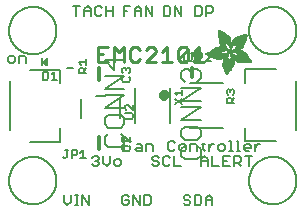
<source format=gbr>
G04 EAGLE Gerber RS-274X export*
G75*
%MOMM*%
%FSLAX34Y34*%
%LPD*%
%INSilkscreen Top*%
%IPPOS*%
%AMOC8*
5,1,8,0,0,1.08239X$1,22.5*%
G01*
%ADD10C,0.152400*%
%ADD11C,0.228600*%
%ADD12C,0.127000*%
%ADD13C,0.304800*%
%ADD14C,0.203200*%
%ADD15R,0.050800X0.006300*%
%ADD16R,0.082600X0.006400*%
%ADD17R,0.120600X0.006300*%
%ADD18R,0.139700X0.006400*%
%ADD19R,0.158800X0.006300*%
%ADD20R,0.177800X0.006400*%
%ADD21R,0.196800X0.006300*%
%ADD22R,0.215900X0.006400*%
%ADD23R,0.228600X0.006300*%
%ADD24R,0.241300X0.006400*%
%ADD25R,0.254000X0.006300*%
%ADD26R,0.266700X0.006400*%
%ADD27R,0.279400X0.006300*%
%ADD28R,0.285700X0.006400*%
%ADD29R,0.298400X0.006300*%
%ADD30R,0.311200X0.006400*%
%ADD31R,0.317500X0.006300*%
%ADD32R,0.330200X0.006400*%
%ADD33R,0.336600X0.006300*%
%ADD34R,0.349200X0.006400*%
%ADD35R,0.361900X0.006300*%
%ADD36R,0.368300X0.006400*%
%ADD37R,0.381000X0.006300*%
%ADD38R,0.387300X0.006400*%
%ADD39R,0.393700X0.006300*%
%ADD40R,0.406400X0.006400*%
%ADD41R,0.412700X0.006300*%
%ADD42R,0.419100X0.006400*%
%ADD43R,0.431800X0.006300*%
%ADD44R,0.438100X0.006400*%
%ADD45R,0.450800X0.006300*%
%ADD46R,0.457200X0.006400*%
%ADD47R,0.463500X0.006300*%
%ADD48R,0.476200X0.006400*%
%ADD49R,0.482600X0.006300*%
%ADD50R,0.488900X0.006400*%
%ADD51R,0.501600X0.006300*%
%ADD52R,0.508000X0.006400*%
%ADD53R,0.514300X0.006300*%
%ADD54R,0.527000X0.006400*%
%ADD55R,0.533400X0.006300*%
%ADD56R,0.546100X0.006400*%
%ADD57R,0.552400X0.006300*%
%ADD58R,0.558800X0.006400*%
%ADD59R,0.571500X0.006300*%
%ADD60R,0.577800X0.006400*%
%ADD61R,0.584200X0.006300*%
%ADD62R,0.596900X0.006400*%
%ADD63R,0.603200X0.006300*%
%ADD64R,0.609600X0.006400*%
%ADD65R,0.622300X0.006300*%
%ADD66R,0.628600X0.006400*%
%ADD67R,0.641300X0.006300*%
%ADD68R,0.647700X0.006400*%
%ADD69R,0.063500X0.006300*%
%ADD70R,0.654000X0.006300*%
%ADD71R,0.101600X0.006400*%
%ADD72R,0.666700X0.006400*%
%ADD73R,0.139700X0.006300*%
%ADD74R,0.673100X0.006300*%
%ADD75R,0.165100X0.006400*%
%ADD76R,0.679400X0.006400*%
%ADD77R,0.196900X0.006300*%
%ADD78R,0.692100X0.006300*%
%ADD79R,0.222200X0.006400*%
%ADD80R,0.698500X0.006400*%
%ADD81R,0.247700X0.006300*%
%ADD82R,0.704800X0.006300*%
%ADD83R,0.279400X0.006400*%
%ADD84R,0.717500X0.006400*%
%ADD85R,0.298500X0.006300*%
%ADD86R,0.723900X0.006300*%
%ADD87R,0.736600X0.006400*%
%ADD88R,0.342900X0.006300*%
%ADD89R,0.742900X0.006300*%
%ADD90R,0.374700X0.006400*%
%ADD91R,0.749300X0.006400*%
%ADD92R,0.762000X0.006300*%
%ADD93R,0.412700X0.006400*%
%ADD94R,0.768300X0.006400*%
%ADD95R,0.438100X0.006300*%
%ADD96R,0.774700X0.006300*%
%ADD97R,0.463600X0.006400*%
%ADD98R,0.787400X0.006400*%
%ADD99R,0.793700X0.006300*%
%ADD100R,0.495300X0.006400*%
%ADD101R,0.800100X0.006400*%
%ADD102R,0.520700X0.006300*%
%ADD103R,0.812800X0.006300*%
%ADD104R,0.533400X0.006400*%
%ADD105R,0.819100X0.006400*%
%ADD106R,0.558800X0.006300*%
%ADD107R,0.825500X0.006300*%
%ADD108R,0.577900X0.006400*%
%ADD109R,0.831800X0.006400*%
%ADD110R,0.596900X0.006300*%
%ADD111R,0.844500X0.006300*%
%ADD112R,0.616000X0.006400*%
%ADD113R,0.850900X0.006400*%
%ADD114R,0.635000X0.006300*%
%ADD115R,0.857200X0.006300*%
%ADD116R,0.654100X0.006400*%
%ADD117R,0.863600X0.006400*%
%ADD118R,0.666700X0.006300*%
%ADD119R,0.869900X0.006300*%
%ADD120R,0.685800X0.006400*%
%ADD121R,0.876300X0.006400*%
%ADD122R,0.882600X0.006300*%
%ADD123R,0.723900X0.006400*%
%ADD124R,0.889000X0.006400*%
%ADD125R,0.895300X0.006300*%
%ADD126R,0.755700X0.006400*%
%ADD127R,0.901700X0.006400*%
%ADD128R,0.908000X0.006300*%
%ADD129R,0.793800X0.006400*%
%ADD130R,0.914400X0.006400*%
%ADD131R,0.806400X0.006300*%
%ADD132R,0.920700X0.006300*%
%ADD133R,0.825500X0.006400*%
%ADD134R,0.927100X0.006400*%
%ADD135R,0.933400X0.006300*%
%ADD136R,0.857300X0.006400*%
%ADD137R,0.939800X0.006400*%
%ADD138R,0.870000X0.006300*%
%ADD139R,0.939800X0.006300*%
%ADD140R,0.946100X0.006400*%
%ADD141R,0.952500X0.006300*%
%ADD142R,0.908000X0.006400*%
%ADD143R,0.958800X0.006400*%
%ADD144R,0.965200X0.006300*%
%ADD145R,0.965200X0.006400*%
%ADD146R,0.971500X0.006300*%
%ADD147R,0.952500X0.006400*%
%ADD148R,0.977900X0.006400*%
%ADD149R,0.958800X0.006300*%
%ADD150R,0.984200X0.006300*%
%ADD151R,0.971500X0.006400*%
%ADD152R,0.984200X0.006400*%
%ADD153R,0.990600X0.006300*%
%ADD154R,0.984300X0.006400*%
%ADD155R,0.996900X0.006400*%
%ADD156R,0.997000X0.006300*%
%ADD157R,0.996900X0.006300*%
%ADD158R,1.003300X0.006400*%
%ADD159R,1.016000X0.006300*%
%ADD160R,1.009600X0.006300*%
%ADD161R,1.016000X0.006400*%
%ADD162R,1.009600X0.006400*%
%ADD163R,1.022300X0.006300*%
%ADD164R,1.028700X0.006400*%
%ADD165R,1.035100X0.006300*%
%ADD166R,1.047800X0.006400*%
%ADD167R,1.054100X0.006300*%
%ADD168R,1.028700X0.006300*%
%ADD169R,1.054100X0.006400*%
%ADD170R,1.035000X0.006400*%
%ADD171R,1.060400X0.006300*%
%ADD172R,1.035000X0.006300*%
%ADD173R,1.060500X0.006400*%
%ADD174R,1.041400X0.006400*%
%ADD175R,1.066800X0.006300*%
%ADD176R,1.041400X0.006300*%
%ADD177R,1.079500X0.006400*%
%ADD178R,1.047700X0.006400*%
%ADD179R,1.085900X0.006300*%
%ADD180R,1.047700X0.006300*%
%ADD181R,1.085800X0.006400*%
%ADD182R,1.092200X0.006300*%
%ADD183R,1.085900X0.006400*%
%ADD184R,1.098600X0.006300*%
%ADD185R,1.098600X0.006400*%
%ADD186R,1.060400X0.006400*%
%ADD187R,1.104900X0.006300*%
%ADD188R,1.104900X0.006400*%
%ADD189R,1.066800X0.006400*%
%ADD190R,1.111200X0.006300*%
%ADD191R,1.117600X0.006400*%
%ADD192R,1.117600X0.006300*%
%ADD193R,1.073100X0.006300*%
%ADD194R,1.073100X0.006400*%
%ADD195R,1.124000X0.006300*%
%ADD196R,1.079500X0.006300*%
%ADD197R,1.123900X0.006400*%
%ADD198R,1.130300X0.006300*%
%ADD199R,1.130300X0.006400*%
%ADD200R,1.136700X0.006400*%
%ADD201R,1.136700X0.006300*%
%ADD202R,1.085800X0.006300*%
%ADD203R,1.136600X0.006400*%
%ADD204R,1.136600X0.006300*%
%ADD205R,1.143000X0.006400*%
%ADD206R,1.143000X0.006300*%
%ADD207R,1.149400X0.006300*%
%ADD208R,1.149300X0.006300*%
%ADD209R,1.149300X0.006400*%
%ADD210R,1.149400X0.006400*%
%ADD211R,1.155700X0.006400*%
%ADD212R,1.155700X0.006300*%
%ADD213R,1.060500X0.006300*%
%ADD214R,2.197100X0.006400*%
%ADD215R,2.197100X0.006300*%
%ADD216R,2.184400X0.006300*%
%ADD217R,2.184400X0.006400*%
%ADD218R,2.171700X0.006400*%
%ADD219R,2.171700X0.006300*%
%ADD220R,1.530300X0.006400*%
%ADD221R,1.505000X0.006300*%
%ADD222R,1.492300X0.006400*%
%ADD223R,1.485900X0.006300*%
%ADD224R,0.565200X0.006300*%
%ADD225R,1.473200X0.006400*%
%ADD226R,0.565200X0.006400*%
%ADD227R,1.460500X0.006300*%
%ADD228R,1.454100X0.006400*%
%ADD229R,0.552400X0.006400*%
%ADD230R,1.441500X0.006300*%
%ADD231R,0.546100X0.006300*%
%ADD232R,1.435100X0.006400*%
%ADD233R,0.539800X0.006400*%
%ADD234R,1.428800X0.006300*%
%ADD235R,1.422400X0.006400*%
%ADD236R,1.409700X0.006300*%
%ADD237R,0.527100X0.006300*%
%ADD238R,1.403300X0.006400*%
%ADD239R,0.527100X0.006400*%
%ADD240R,1.390700X0.006300*%
%ADD241R,1.384300X0.006400*%
%ADD242R,0.520700X0.006400*%
%ADD243R,1.384300X0.006300*%
%ADD244R,0.514400X0.006300*%
%ADD245R,1.371600X0.006400*%
%ADD246R,1.365200X0.006300*%
%ADD247R,0.508000X0.006300*%
%ADD248R,1.352600X0.006400*%
%ADD249R,0.501700X0.006400*%
%ADD250R,0.711200X0.006300*%
%ADD251R,0.603300X0.006300*%
%ADD252R,0.501700X0.006300*%
%ADD253R,0.692100X0.006400*%
%ADD254R,0.571500X0.006400*%
%ADD255R,0.679400X0.006300*%
%ADD256R,0.495300X0.006300*%
%ADD257R,0.673100X0.006400*%
%ADD258R,0.666800X0.006300*%
%ADD259R,0.488900X0.006300*%
%ADD260R,0.660400X0.006400*%
%ADD261R,0.482600X0.006400*%
%ADD262R,0.476200X0.006300*%
%ADD263R,0.654000X0.006400*%
%ADD264R,0.469900X0.006400*%
%ADD265R,0.476300X0.006400*%
%ADD266R,0.647700X0.006300*%
%ADD267R,0.457200X0.006300*%
%ADD268R,0.469900X0.006300*%
%ADD269R,0.641300X0.006400*%
%ADD270R,0.444500X0.006400*%
%ADD271R,0.463600X0.006300*%
%ADD272R,0.635000X0.006400*%
%ADD273R,0.463500X0.006400*%
%ADD274R,0.393700X0.006400*%
%ADD275R,0.450800X0.006400*%
%ADD276R,0.628600X0.006300*%
%ADD277R,0.387400X0.006300*%
%ADD278R,0.450900X0.006300*%
%ADD279R,0.628700X0.006400*%
%ADD280R,0.374600X0.006400*%
%ADD281R,0.368300X0.006300*%
%ADD282R,0.438200X0.006300*%
%ADD283R,0.622300X0.006400*%
%ADD284R,0.355600X0.006400*%
%ADD285R,0.431800X0.006400*%
%ADD286R,0.349300X0.006300*%
%ADD287R,0.425400X0.006300*%
%ADD288R,0.615900X0.006300*%
%ADD289R,0.330200X0.006300*%
%ADD290R,0.419100X0.006300*%
%ADD291R,0.616000X0.006300*%
%ADD292R,0.311200X0.006300*%
%ADD293R,0.406400X0.006300*%
%ADD294R,0.615900X0.006400*%
%ADD295R,0.304800X0.006400*%
%ADD296R,0.158800X0.006400*%
%ADD297R,0.609600X0.006300*%
%ADD298R,0.292100X0.006300*%
%ADD299R,0.235000X0.006300*%
%ADD300R,0.387400X0.006400*%
%ADD301R,0.292100X0.006400*%
%ADD302R,0.336500X0.006300*%
%ADD303R,0.260400X0.006300*%
%ADD304R,0.603300X0.006400*%
%ADD305R,0.260400X0.006400*%
%ADD306R,0.362000X0.006400*%
%ADD307R,0.450900X0.006400*%
%ADD308R,0.355600X0.006300*%
%ADD309R,0.342900X0.006400*%
%ADD310R,0.514300X0.006400*%
%ADD311R,0.234900X0.006300*%
%ADD312R,0.539700X0.006300*%
%ADD313R,0.603200X0.006400*%
%ADD314R,0.234900X0.006400*%
%ADD315R,0.920700X0.006400*%
%ADD316R,0.958900X0.006400*%
%ADD317R,0.215900X0.006300*%
%ADD318R,0.209600X0.006400*%
%ADD319R,0.203200X0.006300*%
%ADD320R,1.003300X0.006300*%
%ADD321R,0.203200X0.006400*%
%ADD322R,0.196900X0.006400*%
%ADD323R,0.190500X0.006300*%
%ADD324R,0.190500X0.006400*%
%ADD325R,0.184200X0.006300*%
%ADD326R,0.590500X0.006400*%
%ADD327R,0.184200X0.006400*%
%ADD328R,0.590500X0.006300*%
%ADD329R,0.177800X0.006300*%
%ADD330R,0.584200X0.006400*%
%ADD331R,1.168400X0.006400*%
%ADD332R,0.171500X0.006300*%
%ADD333R,1.187500X0.006300*%
%ADD334R,1.200100X0.006400*%
%ADD335R,0.577800X0.006300*%
%ADD336R,1.212900X0.006300*%
%ADD337R,1.231900X0.006400*%
%ADD338R,1.250900X0.006300*%
%ADD339R,0.565100X0.006400*%
%ADD340R,0.184100X0.006400*%
%ADD341R,1.263700X0.006400*%
%ADD342R,0.565100X0.006300*%
%ADD343R,1.289100X0.006300*%
%ADD344R,1.314400X0.006400*%
%ADD345R,0.552500X0.006300*%
%ADD346R,1.568500X0.006300*%
%ADD347R,0.552500X0.006400*%
%ADD348R,1.581200X0.006400*%
%ADD349R,1.593800X0.006300*%
%ADD350R,1.606500X0.006400*%
%ADD351R,1.619300X0.006300*%
%ADD352R,0.514400X0.006400*%
%ADD353R,1.638300X0.006400*%
%ADD354R,1.657300X0.006300*%
%ADD355R,2.209800X0.006400*%
%ADD356R,2.425700X0.006300*%
%ADD357R,2.470100X0.006400*%
%ADD358R,2.501900X0.006300*%
%ADD359R,2.533700X0.006400*%
%ADD360R,2.559000X0.006300*%
%ADD361R,2.584500X0.006400*%
%ADD362R,2.609900X0.006300*%
%ADD363R,2.628900X0.006400*%
%ADD364R,2.660600X0.006300*%
%ADD365R,2.673400X0.006400*%
%ADD366R,1.422400X0.006300*%
%ADD367R,1.200200X0.006300*%
%ADD368R,1.365300X0.006300*%
%ADD369R,1.365300X0.006400*%
%ADD370R,1.352500X0.006300*%
%ADD371R,1.098500X0.006300*%
%ADD372R,1.358900X0.006400*%
%ADD373R,1.352600X0.006300*%
%ADD374R,1.358900X0.006300*%
%ADD375R,1.371600X0.006300*%
%ADD376R,1.377900X0.006400*%
%ADD377R,1.397000X0.006400*%
%ADD378R,1.403300X0.006300*%
%ADD379R,0.914400X0.006300*%
%ADD380R,0.876300X0.006300*%
%ADD381R,0.374600X0.006300*%
%ADD382R,1.073200X0.006400*%
%ADD383R,0.374700X0.006300*%
%ADD384R,0.844600X0.006400*%
%ADD385R,0.844600X0.006300*%
%ADD386R,0.831900X0.006400*%
%ADD387R,1.092200X0.006400*%
%ADD388R,0.400000X0.006300*%
%ADD389R,0.819200X0.006400*%
%ADD390R,1.111300X0.006400*%
%ADD391R,0.812800X0.006400*%
%ADD392R,0.800100X0.006300*%
%ADD393R,0.476300X0.006300*%
%ADD394R,1.181100X0.006300*%
%ADD395R,0.501600X0.006400*%
%ADD396R,1.193800X0.006400*%
%ADD397R,0.781000X0.006400*%
%ADD398R,1.238200X0.006400*%
%ADD399R,0.781100X0.006300*%
%ADD400R,1.257300X0.006300*%
%ADD401R,1.295400X0.006400*%
%ADD402R,1.333500X0.006300*%
%ADD403R,0.774700X0.006400*%
%ADD404R,1.866900X0.006400*%
%ADD405R,0.209600X0.006300*%
%ADD406R,1.866900X0.006300*%
%ADD407R,0.768400X0.006400*%
%ADD408R,0.209500X0.006400*%
%ADD409R,1.860600X0.006400*%
%ADD410R,0.762000X0.006400*%
%ADD411R,0.768400X0.006300*%
%ADD412R,1.860600X0.006300*%
%ADD413R,1.860500X0.006400*%
%ADD414R,0.222300X0.006300*%
%ADD415R,1.854200X0.006300*%
%ADD416R,0.235000X0.006400*%
%ADD417R,1.854200X0.006400*%
%ADD418R,0.768300X0.006300*%
%ADD419R,0.260300X0.006400*%
%ADD420R,1.847800X0.006400*%
%ADD421R,0.266700X0.006300*%
%ADD422R,1.847800X0.006300*%
%ADD423R,0.273100X0.006400*%
%ADD424R,1.841500X0.006400*%
%ADD425R,0.285800X0.006300*%
%ADD426R,1.841500X0.006300*%
%ADD427R,0.298500X0.006400*%
%ADD428R,1.835100X0.006400*%
%ADD429R,0.781000X0.006300*%
%ADD430R,0.304800X0.006300*%
%ADD431R,1.835100X0.006300*%
%ADD432R,0.317500X0.006400*%
%ADD433R,1.828800X0.006400*%
%ADD434R,0.787400X0.006300*%
%ADD435R,0.323800X0.006300*%
%ADD436R,1.828800X0.006300*%
%ADD437R,0.793700X0.006400*%
%ADD438R,1.822400X0.006400*%
%ADD439R,0.806500X0.006300*%
%ADD440R,1.822400X0.006300*%
%ADD441R,1.816100X0.006400*%
%ADD442R,0.819100X0.006300*%
%ADD443R,0.387300X0.006300*%
%ADD444R,1.816100X0.006300*%
%ADD445R,1.809800X0.006400*%
%ADD446R,1.803400X0.006300*%
%ADD447R,1.797000X0.006400*%
%ADD448R,0.901700X0.006300*%
%ADD449R,1.797000X0.006300*%
%ADD450R,1.441400X0.006400*%
%ADD451R,1.790700X0.006400*%
%ADD452R,1.447800X0.006300*%
%ADD453R,1.784300X0.006300*%
%ADD454R,1.447800X0.006400*%
%ADD455R,1.784300X0.006400*%
%ADD456R,1.454100X0.006300*%
%ADD457R,1.771700X0.006300*%
%ADD458R,1.460500X0.006400*%
%ADD459R,1.759000X0.006400*%
%ADD460R,1.466800X0.006300*%
%ADD461R,1.752600X0.006300*%
%ADD462R,1.466800X0.006400*%
%ADD463R,1.739900X0.006400*%
%ADD464R,1.473200X0.006300*%
%ADD465R,1.727200X0.006300*%
%ADD466R,1.479500X0.006400*%
%ADD467R,1.714500X0.006400*%
%ADD468R,1.695400X0.006300*%
%ADD469R,1.485900X0.006400*%
%ADD470R,1.682700X0.006400*%
%ADD471R,1.492200X0.006300*%
%ADD472R,1.663700X0.006300*%
%ADD473R,1.498600X0.006400*%
%ADD474R,1.644600X0.006400*%
%ADD475R,1.498600X0.006300*%
%ADD476R,1.619200X0.006300*%
%ADD477R,1.511300X0.006400*%
%ADD478R,1.600200X0.006400*%
%ADD479R,1.517700X0.006300*%
%ADD480R,1.574800X0.006300*%
%ADD481R,1.524000X0.006400*%
%ADD482R,1.555800X0.006400*%
%ADD483R,1.524000X0.006300*%
%ADD484R,1.536700X0.006300*%
%ADD485R,1.530400X0.006400*%
%ADD486R,1.517700X0.006400*%
%ADD487R,1.492300X0.006300*%
%ADD488R,1.549400X0.006400*%
%ADD489R,1.479600X0.006400*%
%ADD490R,1.549400X0.006300*%
%ADD491R,1.555700X0.006400*%
%ADD492R,1.562100X0.006300*%
%ADD493R,0.323900X0.006300*%
%ADD494R,1.568400X0.006400*%
%ADD495R,0.336600X0.006400*%
%ADD496R,1.587500X0.006300*%
%ADD497R,0.971600X0.006300*%
%ADD498R,0.349300X0.006400*%
%ADD499R,1.600200X0.006300*%
%ADD500R,0.920800X0.006300*%
%ADD501R,0.882700X0.006400*%
%ADD502R,1.612900X0.006300*%
%ADD503R,0.362000X0.006300*%
%ADD504R,1.625600X0.006400*%
%ADD505R,1.625600X0.006300*%
%ADD506R,1.644600X0.006300*%
%ADD507R,0.736600X0.006300*%
%ADD508R,0.717600X0.006400*%
%ADD509R,1.657400X0.006300*%
%ADD510R,0.679500X0.006300*%
%ADD511R,1.663700X0.006400*%
%ADD512R,0.400000X0.006400*%
%ADD513R,1.676400X0.006300*%
%ADD514R,1.676400X0.006400*%
%ADD515R,0.425500X0.006400*%
%ADD516R,1.352500X0.006400*%
%ADD517R,0.444500X0.006300*%
%ADD518R,0.361900X0.006400*%
%ADD519R,0.088900X0.006300*%
%ADD520R,1.009700X0.006300*%
%ADD521R,1.009700X0.006400*%
%ADD522R,1.022300X0.006400*%
%ADD523R,1.346200X0.006400*%
%ADD524R,1.346200X0.006300*%
%ADD525R,1.339900X0.006400*%
%ADD526R,1.035100X0.006400*%
%ADD527R,1.339800X0.006300*%
%ADD528R,1.333500X0.006400*%
%ADD529R,1.327200X0.006400*%
%ADD530R,1.320800X0.006300*%
%ADD531R,1.314500X0.006400*%
%ADD532R,1.314400X0.006300*%
%ADD533R,1.301700X0.006400*%
%ADD534R,1.295400X0.006300*%
%ADD535R,1.289000X0.006400*%
%ADD536R,1.276300X0.006300*%
%ADD537R,1.251000X0.006300*%
%ADD538R,1.244600X0.006400*%
%ADD539R,1.231900X0.006300*%
%ADD540R,1.212800X0.006400*%
%ADD541R,1.200100X0.006300*%
%ADD542R,1.187400X0.006400*%
%ADD543R,1.168400X0.006300*%
%ADD544R,1.047800X0.006300*%
%ADD545R,0.977900X0.006300*%
%ADD546R,0.946200X0.006400*%
%ADD547R,0.933400X0.006400*%
%ADD548R,0.895300X0.006400*%
%ADD549R,0.882700X0.006300*%
%ADD550R,0.863600X0.006300*%
%ADD551R,0.857200X0.006400*%
%ADD552R,0.850900X0.006300*%
%ADD553R,0.838200X0.006300*%
%ADD554R,0.806500X0.006400*%
%ADD555R,0.717600X0.006300*%
%ADD556R,0.711200X0.006400*%
%ADD557R,0.641400X0.006400*%
%ADD558R,0.641400X0.006300*%
%ADD559R,0.628700X0.006300*%
%ADD560R,0.590600X0.006300*%
%ADD561R,0.539700X0.006400*%
%ADD562R,0.285700X0.006300*%
%ADD563R,0.222200X0.006300*%
%ADD564R,0.171400X0.006300*%
%ADD565R,0.152400X0.006400*%
%ADD566R,0.133400X0.006300*%
%ADD567R,0.127000X0.762000*%
%ADD568C,0.609600*%

G36*
X37348Y122433D02*
X37348Y122433D01*
X37377Y122430D01*
X37469Y122450D01*
X37562Y122463D01*
X37589Y122476D01*
X37618Y122482D01*
X37698Y122530D01*
X37782Y122572D01*
X37803Y122593D01*
X37829Y122608D01*
X37890Y122680D01*
X37956Y122746D01*
X37969Y122772D01*
X37989Y122795D01*
X38024Y122882D01*
X38066Y122966D01*
X38070Y122996D01*
X38081Y123023D01*
X38099Y123190D01*
X38099Y128270D01*
X38094Y128299D01*
X38097Y128329D01*
X38075Y128420D01*
X38060Y128513D01*
X38046Y128539D01*
X38039Y128568D01*
X37988Y128647D01*
X37944Y128730D01*
X37923Y128751D01*
X37907Y128776D01*
X37834Y128835D01*
X37766Y128900D01*
X37739Y128912D01*
X37716Y128931D01*
X37628Y128964D01*
X37543Y129003D01*
X37513Y129006D01*
X37486Y129017D01*
X37392Y129020D01*
X37299Y129030D01*
X37269Y129024D01*
X37240Y129025D01*
X37150Y128998D01*
X37058Y128978D01*
X37033Y128963D01*
X37004Y128954D01*
X36862Y128864D01*
X33687Y126324D01*
X33618Y126247D01*
X33545Y126174D01*
X33536Y126157D01*
X33523Y126142D01*
X33481Y126046D01*
X33435Y125954D01*
X33433Y125934D01*
X33425Y125916D01*
X33416Y125813D01*
X33402Y125710D01*
X33406Y125691D01*
X33404Y125671D01*
X33429Y125570D01*
X33448Y125468D01*
X33458Y125451D01*
X33462Y125432D01*
X33518Y125345D01*
X33569Y125254D01*
X33586Y125237D01*
X33594Y125224D01*
X33619Y125204D01*
X33687Y125136D01*
X36862Y122596D01*
X36888Y122581D01*
X36910Y122561D01*
X36995Y122521D01*
X37077Y122475D01*
X37106Y122469D01*
X37133Y122457D01*
X37226Y122447D01*
X37318Y122429D01*
X37348Y122433D01*
G37*
D10*
X51788Y13215D02*
X51788Y7453D01*
X54670Y4572D01*
X57551Y7453D01*
X57551Y13215D01*
X61144Y4572D02*
X64025Y4572D01*
X62584Y4572D02*
X62584Y13215D01*
X61144Y13215D02*
X64025Y13215D01*
X67380Y13215D02*
X67380Y4572D01*
X73143Y4572D02*
X67380Y13215D01*
X73143Y13215D02*
X73143Y4572D01*
X75629Y44795D02*
X77070Y46235D01*
X79951Y46235D01*
X81391Y44795D01*
X81391Y43354D01*
X79951Y41914D01*
X78510Y41914D01*
X79951Y41914D02*
X81391Y40473D01*
X81391Y39033D01*
X79951Y37592D01*
X77070Y37592D01*
X75629Y39033D01*
X84984Y40473D02*
X84984Y46235D01*
X84984Y40473D02*
X87866Y37592D01*
X90747Y40473D01*
X90747Y46235D01*
X95780Y37592D02*
X98661Y37592D01*
X100102Y39033D01*
X100102Y41914D01*
X98661Y43354D01*
X95780Y43354D01*
X94340Y41914D01*
X94340Y39033D01*
X95780Y37592D01*
X105351Y13215D02*
X106791Y11775D01*
X105351Y13215D02*
X102470Y13215D01*
X101029Y11775D01*
X101029Y6013D01*
X102470Y4572D01*
X105351Y4572D01*
X106791Y6013D01*
X106791Y8894D01*
X103910Y8894D01*
X110384Y13215D02*
X110384Y4572D01*
X116147Y4572D02*
X110384Y13215D01*
X116147Y13215D02*
X116147Y4572D01*
X119740Y4572D02*
X119740Y13215D01*
X119740Y4572D02*
X124061Y4572D01*
X125502Y6013D01*
X125502Y11775D01*
X124061Y13215D01*
X119740Y13215D01*
X132191Y44795D02*
X130751Y46235D01*
X127870Y46235D01*
X126429Y44795D01*
X126429Y43354D01*
X127870Y41914D01*
X130751Y41914D01*
X132191Y40473D01*
X132191Y39033D01*
X130751Y37592D01*
X127870Y37592D01*
X126429Y39033D01*
X140106Y46235D02*
X141547Y44795D01*
X140106Y46235D02*
X137225Y46235D01*
X135784Y44795D01*
X135784Y39033D01*
X137225Y37592D01*
X140106Y37592D01*
X141547Y39033D01*
X145140Y37592D02*
X145140Y46235D01*
X145140Y37592D02*
X150902Y37592D01*
X157421Y13215D02*
X158861Y11775D01*
X157421Y13215D02*
X154540Y13215D01*
X153099Y11775D01*
X153099Y10334D01*
X154540Y8894D01*
X157421Y8894D01*
X158861Y7453D01*
X158861Y6013D01*
X157421Y4572D01*
X154540Y4572D01*
X153099Y6013D01*
X162454Y4572D02*
X162454Y13215D01*
X162454Y4572D02*
X166776Y4572D01*
X168217Y6013D01*
X168217Y11775D01*
X166776Y13215D01*
X162454Y13215D01*
X171810Y10334D02*
X171810Y4572D01*
X171810Y10334D02*
X174691Y13215D01*
X177572Y10334D01*
X177572Y4572D01*
X177572Y8894D02*
X171810Y8894D01*
X167874Y37592D02*
X167874Y43354D01*
X170755Y46235D01*
X173636Y43354D01*
X173636Y37592D01*
X173636Y41914D02*
X167874Y41914D01*
X177229Y46235D02*
X177229Y37592D01*
X182991Y37592D01*
X186584Y46235D02*
X192347Y46235D01*
X186584Y46235D02*
X186584Y37592D01*
X192347Y37592D01*
X189466Y41914D02*
X186584Y41914D01*
X195940Y46235D02*
X195940Y37592D01*
X195940Y46235D02*
X200261Y46235D01*
X201702Y44795D01*
X201702Y41914D01*
X200261Y40473D01*
X195940Y40473D01*
X198821Y40473D02*
X201702Y37592D01*
X208176Y37592D02*
X208176Y46235D01*
X205295Y46235D02*
X211057Y46235D01*
D11*
X88970Y138314D02*
X80665Y138314D01*
X80665Y125857D01*
X88970Y125857D01*
X84818Y132085D02*
X80665Y132085D01*
X94230Y125857D02*
X94230Y138314D01*
X98383Y134161D01*
X102535Y138314D01*
X102535Y125857D01*
X114024Y138314D02*
X116100Y136238D01*
X114024Y138314D02*
X109872Y138314D01*
X107795Y136238D01*
X107795Y127933D01*
X109872Y125857D01*
X114024Y125857D01*
X116100Y127933D01*
X121361Y125857D02*
X129665Y125857D01*
X121361Y125857D02*
X129665Y134161D01*
X129665Y136238D01*
X127589Y138314D01*
X123437Y138314D01*
X121361Y136238D01*
X134926Y134161D02*
X139078Y138314D01*
X139078Y125857D01*
X134926Y125857D02*
X143230Y125857D01*
X148491Y127933D02*
X148491Y136238D01*
X150567Y138314D01*
X154719Y138314D01*
X156795Y136238D01*
X156795Y127933D01*
X154719Y125857D01*
X150567Y125857D01*
X148491Y127933D01*
X156795Y136238D01*
X162056Y134161D02*
X166208Y138314D01*
X166208Y125857D01*
X162056Y125857D02*
X170360Y125857D01*
D10*
X102802Y58935D02*
X102802Y50292D01*
X102802Y58935D02*
X108565Y58935D01*
X105684Y54614D02*
X102802Y54614D01*
X113598Y56054D02*
X116479Y56054D01*
X117920Y54614D01*
X117920Y50292D01*
X113598Y50292D01*
X112158Y51733D01*
X113598Y53173D01*
X117920Y53173D01*
X121513Y50292D02*
X121513Y56054D01*
X125835Y56054D01*
X127275Y54614D01*
X127275Y50292D01*
X144545Y58935D02*
X145985Y57495D01*
X144545Y58935D02*
X141664Y58935D01*
X140223Y57495D01*
X140223Y51733D01*
X141664Y50292D01*
X144545Y50292D01*
X145985Y51733D01*
X151019Y50292D02*
X153900Y50292D01*
X155341Y51733D01*
X155341Y54614D01*
X153900Y56054D01*
X151019Y56054D01*
X149578Y54614D01*
X149578Y51733D01*
X151019Y50292D01*
X158934Y50292D02*
X158934Y56054D01*
X163255Y56054D01*
X164696Y54614D01*
X164696Y50292D01*
X169729Y51733D02*
X169729Y57495D01*
X169729Y51733D02*
X171170Y50292D01*
X171170Y56054D02*
X168289Y56054D01*
X174526Y56054D02*
X174526Y50292D01*
X174526Y53173D02*
X177407Y56054D01*
X178847Y56054D01*
X183762Y50292D02*
X186643Y50292D01*
X188084Y51733D01*
X188084Y54614D01*
X186643Y56054D01*
X183762Y56054D01*
X182322Y54614D01*
X182322Y51733D01*
X183762Y50292D01*
X191677Y58935D02*
X193117Y58935D01*
X193117Y50292D01*
X191677Y50292D02*
X194558Y50292D01*
X197913Y58935D02*
X199354Y58935D01*
X199354Y50292D01*
X197913Y50292D02*
X200795Y50292D01*
X205591Y50292D02*
X208472Y50292D01*
X205591Y50292D02*
X204150Y51733D01*
X204150Y54614D01*
X205591Y56054D01*
X208472Y56054D01*
X209913Y54614D01*
X209913Y53173D01*
X204150Y53173D01*
X213505Y50292D02*
X213505Y56054D01*
X213505Y53173D02*
X216387Y56054D01*
X217827Y56054D01*
D12*
X8894Y125095D02*
X5928Y125095D01*
X8894Y125095D02*
X10377Y126578D01*
X10377Y129544D01*
X8894Y131027D01*
X5928Y131027D01*
X4445Y129544D01*
X4445Y126578D01*
X5928Y125095D01*
X13800Y125095D02*
X13800Y131027D01*
X18249Y131027D01*
X19732Y129544D01*
X19732Y125095D01*
D10*
X62403Y164592D02*
X62403Y173235D01*
X59522Y173235D02*
X65284Y173235D01*
X68877Y170354D02*
X68877Y164592D01*
X68877Y170354D02*
X71758Y173235D01*
X74639Y170354D01*
X74639Y164592D01*
X74639Y168914D02*
X68877Y168914D01*
X82554Y173235D02*
X83994Y171795D01*
X82554Y173235D02*
X79673Y173235D01*
X78232Y171795D01*
X78232Y166033D01*
X79673Y164592D01*
X82554Y164592D01*
X83994Y166033D01*
X87587Y164592D02*
X87587Y173235D01*
X87587Y168914D02*
X93349Y168914D01*
X93349Y173235D02*
X93349Y164592D01*
X162857Y164592D02*
X162857Y173235D01*
X162857Y164592D02*
X167179Y164592D01*
X168619Y166033D01*
X168619Y171795D01*
X167179Y173235D01*
X162857Y173235D01*
X172212Y173235D02*
X172212Y164592D01*
X172212Y173235D02*
X176534Y173235D01*
X177974Y171795D01*
X177974Y168914D01*
X176534Y167473D01*
X172212Y167473D01*
X136187Y164592D02*
X136187Y173235D01*
X136187Y164592D02*
X140509Y164592D01*
X141949Y166033D01*
X141949Y171795D01*
X140509Y173235D01*
X136187Y173235D01*
X145542Y173235D02*
X145542Y164592D01*
X151304Y164592D02*
X145542Y173235D01*
X151304Y173235D02*
X151304Y164592D01*
X102299Y164592D02*
X102299Y173235D01*
X108061Y173235D01*
X105180Y168914D02*
X102299Y168914D01*
X111654Y170354D02*
X111654Y164592D01*
X111654Y170354D02*
X114536Y173235D01*
X117417Y170354D01*
X117417Y164592D01*
X117417Y168914D02*
X111654Y168914D01*
X121010Y173235D02*
X121010Y164592D01*
X126772Y164592D02*
X121010Y173235D01*
X126772Y173235D02*
X126772Y164592D01*
D13*
X81280Y62230D02*
X81280Y52070D01*
D10*
X101086Y53869D02*
X102188Y54970D01*
X101086Y53869D02*
X101086Y51665D01*
X102188Y50564D01*
X106594Y50564D01*
X107696Y51665D01*
X107696Y53869D01*
X106594Y54970D01*
X107696Y58048D02*
X107696Y62454D01*
X107696Y58048D02*
X103290Y62454D01*
X102188Y62454D01*
X101086Y61353D01*
X101086Y59149D01*
X102188Y58048D01*
D14*
X66050Y78360D02*
X66050Y94360D01*
X99050Y94360D02*
X99050Y78360D01*
X86550Y96860D02*
X78550Y96860D01*
D10*
X103626Y77774D02*
X109134Y77774D01*
X110236Y78875D01*
X110236Y81079D01*
X109134Y82180D01*
X103626Y82180D01*
X110236Y85258D02*
X110236Y89664D01*
X110236Y85258D02*
X105830Y89664D01*
X104728Y89664D01*
X103626Y88563D01*
X103626Y86359D01*
X104728Y85258D01*
D13*
X81280Y110490D02*
X81280Y120650D01*
D10*
X101086Y112289D02*
X102188Y113390D01*
X101086Y112289D02*
X101086Y110085D01*
X102188Y108984D01*
X106594Y108984D01*
X107696Y110085D01*
X107696Y112289D01*
X106594Y113390D01*
X102188Y116468D02*
X101086Y117569D01*
X101086Y119773D01*
X102188Y120874D01*
X103290Y120874D01*
X104391Y119773D01*
X104391Y118671D01*
X104391Y119773D02*
X105493Y120874D01*
X106594Y120874D01*
X107696Y119773D01*
X107696Y117569D01*
X106594Y116468D01*
D13*
X160020Y112840D02*
X160020Y120840D01*
D10*
X157568Y132000D02*
X156467Y133102D01*
X154264Y133102D01*
X153162Y132000D01*
X153162Y127594D01*
X154264Y126492D01*
X156467Y126492D01*
X157568Y127594D01*
X160646Y130898D02*
X162849Y133102D01*
X162849Y126492D01*
X160646Y126492D02*
X165053Y126492D01*
D14*
X158720Y69900D02*
X186720Y69900D01*
X186720Y107900D02*
X158720Y107900D01*
D10*
X189476Y90694D02*
X196086Y90694D01*
X189476Y90694D02*
X189476Y93999D01*
X190578Y95100D01*
X192781Y95100D01*
X193883Y93999D01*
X193883Y90694D01*
X193883Y92897D02*
X196086Y95100D01*
X190578Y98178D02*
X189476Y99279D01*
X189476Y101483D01*
X190578Y102584D01*
X191680Y102584D01*
X192781Y101483D01*
X192781Y100381D01*
X192781Y101483D02*
X193883Y102584D01*
X194984Y102584D01*
X196086Y101483D01*
X196086Y99279D01*
X194984Y98178D01*
X51902Y44450D02*
X50800Y45552D01*
X51902Y44450D02*
X53003Y44450D01*
X54105Y45552D01*
X54105Y51060D01*
X55206Y51060D02*
X53003Y51060D01*
X58284Y51060D02*
X58284Y44450D01*
X58284Y51060D02*
X61589Y51060D01*
X62691Y49958D01*
X62691Y47755D01*
X61589Y46653D01*
X58284Y46653D01*
X65768Y48856D02*
X67972Y51060D01*
X67972Y44450D01*
X70175Y44450D02*
X65768Y44450D01*
D14*
X5400Y152400D02*
X5406Y152891D01*
X5424Y153381D01*
X5454Y153871D01*
X5496Y154360D01*
X5550Y154848D01*
X5616Y155335D01*
X5694Y155819D01*
X5784Y156302D01*
X5886Y156782D01*
X5999Y157260D01*
X6124Y157734D01*
X6261Y158206D01*
X6409Y158674D01*
X6569Y159138D01*
X6740Y159598D01*
X6922Y160054D01*
X7116Y160505D01*
X7320Y160951D01*
X7536Y161392D01*
X7762Y161828D01*
X7998Y162258D01*
X8245Y162682D01*
X8503Y163100D01*
X8771Y163511D01*
X9048Y163916D01*
X9336Y164314D01*
X9633Y164705D01*
X9940Y165088D01*
X10256Y165463D01*
X10581Y165831D01*
X10915Y166191D01*
X11258Y166542D01*
X11609Y166885D01*
X11969Y167219D01*
X12337Y167544D01*
X12712Y167860D01*
X13095Y168167D01*
X13486Y168464D01*
X13884Y168752D01*
X14289Y169029D01*
X14700Y169297D01*
X15118Y169555D01*
X15542Y169802D01*
X15972Y170038D01*
X16408Y170264D01*
X16849Y170480D01*
X17295Y170684D01*
X17746Y170878D01*
X18202Y171060D01*
X18662Y171231D01*
X19126Y171391D01*
X19594Y171539D01*
X20066Y171676D01*
X20540Y171801D01*
X21018Y171914D01*
X21498Y172016D01*
X21981Y172106D01*
X22465Y172184D01*
X22952Y172250D01*
X23440Y172304D01*
X23929Y172346D01*
X24419Y172376D01*
X24909Y172394D01*
X25400Y172400D01*
X25891Y172394D01*
X26381Y172376D01*
X26871Y172346D01*
X27360Y172304D01*
X27848Y172250D01*
X28335Y172184D01*
X28819Y172106D01*
X29302Y172016D01*
X29782Y171914D01*
X30260Y171801D01*
X30734Y171676D01*
X31206Y171539D01*
X31674Y171391D01*
X32138Y171231D01*
X32598Y171060D01*
X33054Y170878D01*
X33505Y170684D01*
X33951Y170480D01*
X34392Y170264D01*
X34828Y170038D01*
X35258Y169802D01*
X35682Y169555D01*
X36100Y169297D01*
X36511Y169029D01*
X36916Y168752D01*
X37314Y168464D01*
X37705Y168167D01*
X38088Y167860D01*
X38463Y167544D01*
X38831Y167219D01*
X39191Y166885D01*
X39542Y166542D01*
X39885Y166191D01*
X40219Y165831D01*
X40544Y165463D01*
X40860Y165088D01*
X41167Y164705D01*
X41464Y164314D01*
X41752Y163916D01*
X42029Y163511D01*
X42297Y163100D01*
X42555Y162682D01*
X42802Y162258D01*
X43038Y161828D01*
X43264Y161392D01*
X43480Y160951D01*
X43684Y160505D01*
X43878Y160054D01*
X44060Y159598D01*
X44231Y159138D01*
X44391Y158674D01*
X44539Y158206D01*
X44676Y157734D01*
X44801Y157260D01*
X44914Y156782D01*
X45016Y156302D01*
X45106Y155819D01*
X45184Y155335D01*
X45250Y154848D01*
X45304Y154360D01*
X45346Y153871D01*
X45376Y153381D01*
X45394Y152891D01*
X45400Y152400D01*
X45394Y151909D01*
X45376Y151419D01*
X45346Y150929D01*
X45304Y150440D01*
X45250Y149952D01*
X45184Y149465D01*
X45106Y148981D01*
X45016Y148498D01*
X44914Y148018D01*
X44801Y147540D01*
X44676Y147066D01*
X44539Y146594D01*
X44391Y146126D01*
X44231Y145662D01*
X44060Y145202D01*
X43878Y144746D01*
X43684Y144295D01*
X43480Y143849D01*
X43264Y143408D01*
X43038Y142972D01*
X42802Y142542D01*
X42555Y142118D01*
X42297Y141700D01*
X42029Y141289D01*
X41752Y140884D01*
X41464Y140486D01*
X41167Y140095D01*
X40860Y139712D01*
X40544Y139337D01*
X40219Y138969D01*
X39885Y138609D01*
X39542Y138258D01*
X39191Y137915D01*
X38831Y137581D01*
X38463Y137256D01*
X38088Y136940D01*
X37705Y136633D01*
X37314Y136336D01*
X36916Y136048D01*
X36511Y135771D01*
X36100Y135503D01*
X35682Y135245D01*
X35258Y134998D01*
X34828Y134762D01*
X34392Y134536D01*
X33951Y134320D01*
X33505Y134116D01*
X33054Y133922D01*
X32598Y133740D01*
X32138Y133569D01*
X31674Y133409D01*
X31206Y133261D01*
X30734Y133124D01*
X30260Y132999D01*
X29782Y132886D01*
X29302Y132784D01*
X28819Y132694D01*
X28335Y132616D01*
X27848Y132550D01*
X27360Y132496D01*
X26871Y132454D01*
X26381Y132424D01*
X25891Y132406D01*
X25400Y132400D01*
X24909Y132406D01*
X24419Y132424D01*
X23929Y132454D01*
X23440Y132496D01*
X22952Y132550D01*
X22465Y132616D01*
X21981Y132694D01*
X21498Y132784D01*
X21018Y132886D01*
X20540Y132999D01*
X20066Y133124D01*
X19594Y133261D01*
X19126Y133409D01*
X18662Y133569D01*
X18202Y133740D01*
X17746Y133922D01*
X17295Y134116D01*
X16849Y134320D01*
X16408Y134536D01*
X15972Y134762D01*
X15542Y134998D01*
X15118Y135245D01*
X14700Y135503D01*
X14289Y135771D01*
X13884Y136048D01*
X13486Y136336D01*
X13095Y136633D01*
X12712Y136940D01*
X12337Y137256D01*
X11969Y137581D01*
X11609Y137915D01*
X11258Y138258D01*
X10915Y138609D01*
X10581Y138969D01*
X10256Y139337D01*
X9940Y139712D01*
X9633Y140095D01*
X9336Y140486D01*
X9048Y140884D01*
X8771Y141289D01*
X8503Y141700D01*
X8245Y142118D01*
X7998Y142542D01*
X7762Y142972D01*
X7536Y143408D01*
X7320Y143849D01*
X7116Y144295D01*
X6922Y144746D01*
X6740Y145202D01*
X6569Y145662D01*
X6409Y146126D01*
X6261Y146594D01*
X6124Y147066D01*
X5999Y147540D01*
X5886Y148018D01*
X5784Y148498D01*
X5694Y148981D01*
X5616Y149465D01*
X5550Y149952D01*
X5496Y150440D01*
X5454Y150929D01*
X5424Y151419D01*
X5406Y151909D01*
X5400Y152400D01*
X208600Y152400D02*
X208606Y152891D01*
X208624Y153381D01*
X208654Y153871D01*
X208696Y154360D01*
X208750Y154848D01*
X208816Y155335D01*
X208894Y155819D01*
X208984Y156302D01*
X209086Y156782D01*
X209199Y157260D01*
X209324Y157734D01*
X209461Y158206D01*
X209609Y158674D01*
X209769Y159138D01*
X209940Y159598D01*
X210122Y160054D01*
X210316Y160505D01*
X210520Y160951D01*
X210736Y161392D01*
X210962Y161828D01*
X211198Y162258D01*
X211445Y162682D01*
X211703Y163100D01*
X211971Y163511D01*
X212248Y163916D01*
X212536Y164314D01*
X212833Y164705D01*
X213140Y165088D01*
X213456Y165463D01*
X213781Y165831D01*
X214115Y166191D01*
X214458Y166542D01*
X214809Y166885D01*
X215169Y167219D01*
X215537Y167544D01*
X215912Y167860D01*
X216295Y168167D01*
X216686Y168464D01*
X217084Y168752D01*
X217489Y169029D01*
X217900Y169297D01*
X218318Y169555D01*
X218742Y169802D01*
X219172Y170038D01*
X219608Y170264D01*
X220049Y170480D01*
X220495Y170684D01*
X220946Y170878D01*
X221402Y171060D01*
X221862Y171231D01*
X222326Y171391D01*
X222794Y171539D01*
X223266Y171676D01*
X223740Y171801D01*
X224218Y171914D01*
X224698Y172016D01*
X225181Y172106D01*
X225665Y172184D01*
X226152Y172250D01*
X226640Y172304D01*
X227129Y172346D01*
X227619Y172376D01*
X228109Y172394D01*
X228600Y172400D01*
X229091Y172394D01*
X229581Y172376D01*
X230071Y172346D01*
X230560Y172304D01*
X231048Y172250D01*
X231535Y172184D01*
X232019Y172106D01*
X232502Y172016D01*
X232982Y171914D01*
X233460Y171801D01*
X233934Y171676D01*
X234406Y171539D01*
X234874Y171391D01*
X235338Y171231D01*
X235798Y171060D01*
X236254Y170878D01*
X236705Y170684D01*
X237151Y170480D01*
X237592Y170264D01*
X238028Y170038D01*
X238458Y169802D01*
X238882Y169555D01*
X239300Y169297D01*
X239711Y169029D01*
X240116Y168752D01*
X240514Y168464D01*
X240905Y168167D01*
X241288Y167860D01*
X241663Y167544D01*
X242031Y167219D01*
X242391Y166885D01*
X242742Y166542D01*
X243085Y166191D01*
X243419Y165831D01*
X243744Y165463D01*
X244060Y165088D01*
X244367Y164705D01*
X244664Y164314D01*
X244952Y163916D01*
X245229Y163511D01*
X245497Y163100D01*
X245755Y162682D01*
X246002Y162258D01*
X246238Y161828D01*
X246464Y161392D01*
X246680Y160951D01*
X246884Y160505D01*
X247078Y160054D01*
X247260Y159598D01*
X247431Y159138D01*
X247591Y158674D01*
X247739Y158206D01*
X247876Y157734D01*
X248001Y157260D01*
X248114Y156782D01*
X248216Y156302D01*
X248306Y155819D01*
X248384Y155335D01*
X248450Y154848D01*
X248504Y154360D01*
X248546Y153871D01*
X248576Y153381D01*
X248594Y152891D01*
X248600Y152400D01*
X248594Y151909D01*
X248576Y151419D01*
X248546Y150929D01*
X248504Y150440D01*
X248450Y149952D01*
X248384Y149465D01*
X248306Y148981D01*
X248216Y148498D01*
X248114Y148018D01*
X248001Y147540D01*
X247876Y147066D01*
X247739Y146594D01*
X247591Y146126D01*
X247431Y145662D01*
X247260Y145202D01*
X247078Y144746D01*
X246884Y144295D01*
X246680Y143849D01*
X246464Y143408D01*
X246238Y142972D01*
X246002Y142542D01*
X245755Y142118D01*
X245497Y141700D01*
X245229Y141289D01*
X244952Y140884D01*
X244664Y140486D01*
X244367Y140095D01*
X244060Y139712D01*
X243744Y139337D01*
X243419Y138969D01*
X243085Y138609D01*
X242742Y138258D01*
X242391Y137915D01*
X242031Y137581D01*
X241663Y137256D01*
X241288Y136940D01*
X240905Y136633D01*
X240514Y136336D01*
X240116Y136048D01*
X239711Y135771D01*
X239300Y135503D01*
X238882Y135245D01*
X238458Y134998D01*
X238028Y134762D01*
X237592Y134536D01*
X237151Y134320D01*
X236705Y134116D01*
X236254Y133922D01*
X235798Y133740D01*
X235338Y133569D01*
X234874Y133409D01*
X234406Y133261D01*
X233934Y133124D01*
X233460Y132999D01*
X232982Y132886D01*
X232502Y132784D01*
X232019Y132694D01*
X231535Y132616D01*
X231048Y132550D01*
X230560Y132496D01*
X230071Y132454D01*
X229581Y132424D01*
X229091Y132406D01*
X228600Y132400D01*
X228109Y132406D01*
X227619Y132424D01*
X227129Y132454D01*
X226640Y132496D01*
X226152Y132550D01*
X225665Y132616D01*
X225181Y132694D01*
X224698Y132784D01*
X224218Y132886D01*
X223740Y132999D01*
X223266Y133124D01*
X222794Y133261D01*
X222326Y133409D01*
X221862Y133569D01*
X221402Y133740D01*
X220946Y133922D01*
X220495Y134116D01*
X220049Y134320D01*
X219608Y134536D01*
X219172Y134762D01*
X218742Y134998D01*
X218318Y135245D01*
X217900Y135503D01*
X217489Y135771D01*
X217084Y136048D01*
X216686Y136336D01*
X216295Y136633D01*
X215912Y136940D01*
X215537Y137256D01*
X215169Y137581D01*
X214809Y137915D01*
X214458Y138258D01*
X214115Y138609D01*
X213781Y138969D01*
X213456Y139337D01*
X213140Y139712D01*
X212833Y140095D01*
X212536Y140486D01*
X212248Y140884D01*
X211971Y141289D01*
X211703Y141700D01*
X211445Y142118D01*
X211198Y142542D01*
X210962Y142972D01*
X210736Y143408D01*
X210520Y143849D01*
X210316Y144295D01*
X210122Y144746D01*
X209940Y145202D01*
X209769Y145662D01*
X209609Y146126D01*
X209461Y146594D01*
X209324Y147066D01*
X209199Y147540D01*
X209086Y148018D01*
X208984Y148498D01*
X208894Y148981D01*
X208816Y149465D01*
X208750Y149952D01*
X208696Y150440D01*
X208654Y150929D01*
X208624Y151419D01*
X208606Y151909D01*
X208600Y152400D01*
D10*
X205190Y58900D02*
X231190Y58900D01*
X205190Y58900D02*
X205190Y69900D01*
X205190Y107900D02*
X205190Y119900D01*
X231190Y119900D01*
X248190Y109900D02*
X248190Y67900D01*
X154010Y54509D02*
X151298Y51797D01*
X151298Y46374D01*
X154010Y43662D01*
X164856Y43662D01*
X167568Y46374D01*
X167568Y51797D01*
X164856Y54509D01*
X151298Y62745D02*
X151298Y68169D01*
X151298Y62745D02*
X154010Y60034D01*
X164856Y60034D01*
X167568Y62745D01*
X167568Y68169D01*
X164856Y70880D01*
X154010Y70880D01*
X151298Y68169D01*
X151298Y76405D02*
X167568Y76405D01*
X167568Y87252D02*
X151298Y76405D01*
X151298Y87252D02*
X167568Y87252D01*
X167568Y92777D02*
X151298Y92777D01*
X167568Y103623D01*
X151298Y103623D01*
X154010Y109148D02*
X151298Y111860D01*
X151298Y117283D01*
X154010Y119995D01*
X156721Y119995D01*
X159433Y117283D01*
X159433Y114572D01*
X159433Y117283D02*
X162145Y119995D01*
X164856Y119995D01*
X167568Y117283D01*
X167568Y111860D01*
X164856Y109148D01*
X48810Y118900D02*
X22810Y118900D01*
X48810Y118900D02*
X48810Y107900D01*
X48810Y69900D02*
X48810Y57900D01*
X22810Y57900D01*
X5810Y67900D02*
X5810Y109900D01*
X86418Y61939D02*
X89130Y64651D01*
X86418Y61939D02*
X86418Y56516D01*
X89130Y53804D01*
X99976Y53804D01*
X102688Y56516D01*
X102688Y61939D01*
X99976Y64651D01*
X86418Y72887D02*
X86418Y78311D01*
X86418Y72887D02*
X89130Y70176D01*
X99976Y70176D01*
X102688Y72887D01*
X102688Y78311D01*
X99976Y81022D01*
X89130Y81022D01*
X86418Y78311D01*
X86418Y86547D02*
X102688Y86547D01*
X102688Y97394D02*
X86418Y86547D01*
X86418Y97394D02*
X102688Y97394D01*
X102688Y102919D02*
X86418Y102919D01*
X102688Y113765D01*
X86418Y113765D01*
X86418Y127425D02*
X102688Y127425D01*
X94553Y119290D02*
X86418Y127425D01*
X94553Y130137D02*
X94553Y119290D01*
D14*
X5400Y25400D02*
X5406Y25891D01*
X5424Y26381D01*
X5454Y26871D01*
X5496Y27360D01*
X5550Y27848D01*
X5616Y28335D01*
X5694Y28819D01*
X5784Y29302D01*
X5886Y29782D01*
X5999Y30260D01*
X6124Y30734D01*
X6261Y31206D01*
X6409Y31674D01*
X6569Y32138D01*
X6740Y32598D01*
X6922Y33054D01*
X7116Y33505D01*
X7320Y33951D01*
X7536Y34392D01*
X7762Y34828D01*
X7998Y35258D01*
X8245Y35682D01*
X8503Y36100D01*
X8771Y36511D01*
X9048Y36916D01*
X9336Y37314D01*
X9633Y37705D01*
X9940Y38088D01*
X10256Y38463D01*
X10581Y38831D01*
X10915Y39191D01*
X11258Y39542D01*
X11609Y39885D01*
X11969Y40219D01*
X12337Y40544D01*
X12712Y40860D01*
X13095Y41167D01*
X13486Y41464D01*
X13884Y41752D01*
X14289Y42029D01*
X14700Y42297D01*
X15118Y42555D01*
X15542Y42802D01*
X15972Y43038D01*
X16408Y43264D01*
X16849Y43480D01*
X17295Y43684D01*
X17746Y43878D01*
X18202Y44060D01*
X18662Y44231D01*
X19126Y44391D01*
X19594Y44539D01*
X20066Y44676D01*
X20540Y44801D01*
X21018Y44914D01*
X21498Y45016D01*
X21981Y45106D01*
X22465Y45184D01*
X22952Y45250D01*
X23440Y45304D01*
X23929Y45346D01*
X24419Y45376D01*
X24909Y45394D01*
X25400Y45400D01*
X25891Y45394D01*
X26381Y45376D01*
X26871Y45346D01*
X27360Y45304D01*
X27848Y45250D01*
X28335Y45184D01*
X28819Y45106D01*
X29302Y45016D01*
X29782Y44914D01*
X30260Y44801D01*
X30734Y44676D01*
X31206Y44539D01*
X31674Y44391D01*
X32138Y44231D01*
X32598Y44060D01*
X33054Y43878D01*
X33505Y43684D01*
X33951Y43480D01*
X34392Y43264D01*
X34828Y43038D01*
X35258Y42802D01*
X35682Y42555D01*
X36100Y42297D01*
X36511Y42029D01*
X36916Y41752D01*
X37314Y41464D01*
X37705Y41167D01*
X38088Y40860D01*
X38463Y40544D01*
X38831Y40219D01*
X39191Y39885D01*
X39542Y39542D01*
X39885Y39191D01*
X40219Y38831D01*
X40544Y38463D01*
X40860Y38088D01*
X41167Y37705D01*
X41464Y37314D01*
X41752Y36916D01*
X42029Y36511D01*
X42297Y36100D01*
X42555Y35682D01*
X42802Y35258D01*
X43038Y34828D01*
X43264Y34392D01*
X43480Y33951D01*
X43684Y33505D01*
X43878Y33054D01*
X44060Y32598D01*
X44231Y32138D01*
X44391Y31674D01*
X44539Y31206D01*
X44676Y30734D01*
X44801Y30260D01*
X44914Y29782D01*
X45016Y29302D01*
X45106Y28819D01*
X45184Y28335D01*
X45250Y27848D01*
X45304Y27360D01*
X45346Y26871D01*
X45376Y26381D01*
X45394Y25891D01*
X45400Y25400D01*
X45394Y24909D01*
X45376Y24419D01*
X45346Y23929D01*
X45304Y23440D01*
X45250Y22952D01*
X45184Y22465D01*
X45106Y21981D01*
X45016Y21498D01*
X44914Y21018D01*
X44801Y20540D01*
X44676Y20066D01*
X44539Y19594D01*
X44391Y19126D01*
X44231Y18662D01*
X44060Y18202D01*
X43878Y17746D01*
X43684Y17295D01*
X43480Y16849D01*
X43264Y16408D01*
X43038Y15972D01*
X42802Y15542D01*
X42555Y15118D01*
X42297Y14700D01*
X42029Y14289D01*
X41752Y13884D01*
X41464Y13486D01*
X41167Y13095D01*
X40860Y12712D01*
X40544Y12337D01*
X40219Y11969D01*
X39885Y11609D01*
X39542Y11258D01*
X39191Y10915D01*
X38831Y10581D01*
X38463Y10256D01*
X38088Y9940D01*
X37705Y9633D01*
X37314Y9336D01*
X36916Y9048D01*
X36511Y8771D01*
X36100Y8503D01*
X35682Y8245D01*
X35258Y7998D01*
X34828Y7762D01*
X34392Y7536D01*
X33951Y7320D01*
X33505Y7116D01*
X33054Y6922D01*
X32598Y6740D01*
X32138Y6569D01*
X31674Y6409D01*
X31206Y6261D01*
X30734Y6124D01*
X30260Y5999D01*
X29782Y5886D01*
X29302Y5784D01*
X28819Y5694D01*
X28335Y5616D01*
X27848Y5550D01*
X27360Y5496D01*
X26871Y5454D01*
X26381Y5424D01*
X25891Y5406D01*
X25400Y5400D01*
X24909Y5406D01*
X24419Y5424D01*
X23929Y5454D01*
X23440Y5496D01*
X22952Y5550D01*
X22465Y5616D01*
X21981Y5694D01*
X21498Y5784D01*
X21018Y5886D01*
X20540Y5999D01*
X20066Y6124D01*
X19594Y6261D01*
X19126Y6409D01*
X18662Y6569D01*
X18202Y6740D01*
X17746Y6922D01*
X17295Y7116D01*
X16849Y7320D01*
X16408Y7536D01*
X15972Y7762D01*
X15542Y7998D01*
X15118Y8245D01*
X14700Y8503D01*
X14289Y8771D01*
X13884Y9048D01*
X13486Y9336D01*
X13095Y9633D01*
X12712Y9940D01*
X12337Y10256D01*
X11969Y10581D01*
X11609Y10915D01*
X11258Y11258D01*
X10915Y11609D01*
X10581Y11969D01*
X10256Y12337D01*
X9940Y12712D01*
X9633Y13095D01*
X9336Y13486D01*
X9048Y13884D01*
X8771Y14289D01*
X8503Y14700D01*
X8245Y15118D01*
X7998Y15542D01*
X7762Y15972D01*
X7536Y16408D01*
X7320Y16849D01*
X7116Y17295D01*
X6922Y17746D01*
X6740Y18202D01*
X6569Y18662D01*
X6409Y19126D01*
X6261Y19594D01*
X6124Y20066D01*
X5999Y20540D01*
X5886Y21018D01*
X5784Y21498D01*
X5694Y21981D01*
X5616Y22465D01*
X5550Y22952D01*
X5496Y23440D01*
X5454Y23929D01*
X5424Y24419D01*
X5406Y24909D01*
X5400Y25400D01*
X208600Y25400D02*
X208606Y25891D01*
X208624Y26381D01*
X208654Y26871D01*
X208696Y27360D01*
X208750Y27848D01*
X208816Y28335D01*
X208894Y28819D01*
X208984Y29302D01*
X209086Y29782D01*
X209199Y30260D01*
X209324Y30734D01*
X209461Y31206D01*
X209609Y31674D01*
X209769Y32138D01*
X209940Y32598D01*
X210122Y33054D01*
X210316Y33505D01*
X210520Y33951D01*
X210736Y34392D01*
X210962Y34828D01*
X211198Y35258D01*
X211445Y35682D01*
X211703Y36100D01*
X211971Y36511D01*
X212248Y36916D01*
X212536Y37314D01*
X212833Y37705D01*
X213140Y38088D01*
X213456Y38463D01*
X213781Y38831D01*
X214115Y39191D01*
X214458Y39542D01*
X214809Y39885D01*
X215169Y40219D01*
X215537Y40544D01*
X215912Y40860D01*
X216295Y41167D01*
X216686Y41464D01*
X217084Y41752D01*
X217489Y42029D01*
X217900Y42297D01*
X218318Y42555D01*
X218742Y42802D01*
X219172Y43038D01*
X219608Y43264D01*
X220049Y43480D01*
X220495Y43684D01*
X220946Y43878D01*
X221402Y44060D01*
X221862Y44231D01*
X222326Y44391D01*
X222794Y44539D01*
X223266Y44676D01*
X223740Y44801D01*
X224218Y44914D01*
X224698Y45016D01*
X225181Y45106D01*
X225665Y45184D01*
X226152Y45250D01*
X226640Y45304D01*
X227129Y45346D01*
X227619Y45376D01*
X228109Y45394D01*
X228600Y45400D01*
X229091Y45394D01*
X229581Y45376D01*
X230071Y45346D01*
X230560Y45304D01*
X231048Y45250D01*
X231535Y45184D01*
X232019Y45106D01*
X232502Y45016D01*
X232982Y44914D01*
X233460Y44801D01*
X233934Y44676D01*
X234406Y44539D01*
X234874Y44391D01*
X235338Y44231D01*
X235798Y44060D01*
X236254Y43878D01*
X236705Y43684D01*
X237151Y43480D01*
X237592Y43264D01*
X238028Y43038D01*
X238458Y42802D01*
X238882Y42555D01*
X239300Y42297D01*
X239711Y42029D01*
X240116Y41752D01*
X240514Y41464D01*
X240905Y41167D01*
X241288Y40860D01*
X241663Y40544D01*
X242031Y40219D01*
X242391Y39885D01*
X242742Y39542D01*
X243085Y39191D01*
X243419Y38831D01*
X243744Y38463D01*
X244060Y38088D01*
X244367Y37705D01*
X244664Y37314D01*
X244952Y36916D01*
X245229Y36511D01*
X245497Y36100D01*
X245755Y35682D01*
X246002Y35258D01*
X246238Y34828D01*
X246464Y34392D01*
X246680Y33951D01*
X246884Y33505D01*
X247078Y33054D01*
X247260Y32598D01*
X247431Y32138D01*
X247591Y31674D01*
X247739Y31206D01*
X247876Y30734D01*
X248001Y30260D01*
X248114Y29782D01*
X248216Y29302D01*
X248306Y28819D01*
X248384Y28335D01*
X248450Y27848D01*
X248504Y27360D01*
X248546Y26871D01*
X248576Y26381D01*
X248594Y25891D01*
X248600Y25400D01*
X248594Y24909D01*
X248576Y24419D01*
X248546Y23929D01*
X248504Y23440D01*
X248450Y22952D01*
X248384Y22465D01*
X248306Y21981D01*
X248216Y21498D01*
X248114Y21018D01*
X248001Y20540D01*
X247876Y20066D01*
X247739Y19594D01*
X247591Y19126D01*
X247431Y18662D01*
X247260Y18202D01*
X247078Y17746D01*
X246884Y17295D01*
X246680Y16849D01*
X246464Y16408D01*
X246238Y15972D01*
X246002Y15542D01*
X245755Y15118D01*
X245497Y14700D01*
X245229Y14289D01*
X244952Y13884D01*
X244664Y13486D01*
X244367Y13095D01*
X244060Y12712D01*
X243744Y12337D01*
X243419Y11969D01*
X243085Y11609D01*
X242742Y11258D01*
X242391Y10915D01*
X242031Y10581D01*
X241663Y10256D01*
X241288Y9940D01*
X240905Y9633D01*
X240514Y9336D01*
X240116Y9048D01*
X239711Y8771D01*
X239300Y8503D01*
X238882Y8245D01*
X238458Y7998D01*
X238028Y7762D01*
X237592Y7536D01*
X237151Y7320D01*
X236705Y7116D01*
X236254Y6922D01*
X235798Y6740D01*
X235338Y6569D01*
X234874Y6409D01*
X234406Y6261D01*
X233934Y6124D01*
X233460Y5999D01*
X232982Y5886D01*
X232502Y5784D01*
X232019Y5694D01*
X231535Y5616D01*
X231048Y5550D01*
X230560Y5496D01*
X230071Y5454D01*
X229581Y5424D01*
X229091Y5406D01*
X228600Y5400D01*
X228109Y5406D01*
X227619Y5424D01*
X227129Y5454D01*
X226640Y5496D01*
X226152Y5550D01*
X225665Y5616D01*
X225181Y5694D01*
X224698Y5784D01*
X224218Y5886D01*
X223740Y5999D01*
X223266Y6124D01*
X222794Y6261D01*
X222326Y6409D01*
X221862Y6569D01*
X221402Y6740D01*
X220946Y6922D01*
X220495Y7116D01*
X220049Y7320D01*
X219608Y7536D01*
X219172Y7762D01*
X218742Y7998D01*
X218318Y8245D01*
X217900Y8503D01*
X217489Y8771D01*
X217084Y9048D01*
X216686Y9336D01*
X216295Y9633D01*
X215912Y9940D01*
X215537Y10256D01*
X215169Y10581D01*
X214809Y10915D01*
X214458Y11258D01*
X214115Y11609D01*
X213781Y11969D01*
X213456Y12337D01*
X213140Y12712D01*
X212833Y13095D01*
X212536Y13486D01*
X212248Y13884D01*
X211971Y14289D01*
X211703Y14700D01*
X211445Y15118D01*
X211198Y15542D01*
X210962Y15972D01*
X210736Y16408D01*
X210520Y16849D01*
X210316Y17295D01*
X210122Y17746D01*
X209940Y18202D01*
X209769Y18662D01*
X209609Y19126D01*
X209461Y19594D01*
X209324Y20066D01*
X209199Y20540D01*
X209086Y21018D01*
X208984Y21498D01*
X208894Y21981D01*
X208816Y22465D01*
X208750Y22952D01*
X208696Y23440D01*
X208654Y23929D01*
X208624Y24419D01*
X208606Y24909D01*
X208600Y25400D01*
D15*
X184182Y152210D03*
D16*
X184150Y152146D03*
D17*
X184150Y152083D03*
D18*
X184182Y152019D03*
D19*
X184150Y151956D03*
D20*
X184182Y151892D03*
D21*
X184150Y151829D03*
D22*
X184182Y151765D03*
D23*
X184182Y151702D03*
D24*
X184246Y151638D03*
D25*
X184245Y151575D03*
D26*
X184309Y151511D03*
D27*
X184309Y151448D03*
D28*
X184341Y151384D03*
D29*
X184404Y151321D03*
D30*
X184404Y151257D03*
D31*
X184436Y151194D03*
D32*
X184499Y151130D03*
D33*
X184531Y151067D03*
D34*
X184531Y151003D03*
D35*
X184595Y150940D03*
D36*
X184627Y150876D03*
D37*
X184690Y150813D03*
D38*
X184722Y150749D03*
D39*
X184754Y150686D03*
D40*
X184817Y150622D03*
D41*
X184849Y150559D03*
D42*
X184881Y150495D03*
D43*
X184944Y150432D03*
D44*
X184976Y150368D03*
D45*
X185039Y150305D03*
D46*
X185071Y150241D03*
D47*
X185103Y150178D03*
D48*
X185166Y150114D03*
D49*
X185198Y150051D03*
D50*
X185230Y149987D03*
D51*
X185293Y149924D03*
D52*
X185325Y149860D03*
D53*
X185357Y149797D03*
D54*
X185420Y149733D03*
D55*
X185452Y149670D03*
D56*
X185516Y149606D03*
D57*
X185547Y149543D03*
D58*
X185579Y149479D03*
D59*
X185643Y149416D03*
D60*
X185674Y149352D03*
D61*
X185706Y149289D03*
D62*
X185770Y149225D03*
D63*
X185801Y149162D03*
D64*
X185833Y149098D03*
D65*
X185897Y149035D03*
D66*
X185928Y148971D03*
D67*
X185992Y148908D03*
D68*
X186024Y148844D03*
D69*
X205836Y148781D03*
D70*
X186055Y148781D03*
D71*
X205835Y148717D03*
D72*
X186119Y148717D03*
D73*
X205772Y148654D03*
D74*
X186151Y148654D03*
D75*
X205709Y148590D03*
D76*
X186182Y148590D03*
D77*
X205677Y148527D03*
D78*
X186246Y148527D03*
D79*
X205613Y148463D03*
D80*
X186278Y148463D03*
D81*
X205550Y148400D03*
D82*
X186309Y148400D03*
D83*
X205454Y148336D03*
D84*
X186373Y148336D03*
D85*
X205423Y148273D03*
D86*
X186405Y148273D03*
D32*
X205327Y148209D03*
D87*
X186468Y148209D03*
D88*
X205264Y148146D03*
D89*
X186500Y148146D03*
D90*
X205169Y148082D03*
D91*
X186532Y148082D03*
D39*
X205074Y148019D03*
D92*
X186595Y148019D03*
D93*
X205042Y147955D03*
D94*
X186627Y147955D03*
D95*
X204915Y147892D03*
D96*
X186659Y147892D03*
D97*
X204851Y147828D03*
D98*
X186722Y147828D03*
D49*
X204756Y147765D03*
D99*
X186754Y147765D03*
D100*
X204693Y147701D03*
D101*
X186786Y147701D03*
D102*
X204566Y147638D03*
D103*
X186849Y147638D03*
D104*
X204502Y147574D03*
D105*
X186881Y147574D03*
D106*
X204375Y147511D03*
D107*
X186913Y147511D03*
D108*
X204280Y147447D03*
D109*
X186944Y147447D03*
D110*
X204185Y147384D03*
D111*
X187008Y147384D03*
D112*
X204089Y147320D03*
D113*
X187040Y147320D03*
D114*
X203994Y147257D03*
D115*
X187071Y147257D03*
D116*
X203899Y147193D03*
D117*
X187103Y147193D03*
D118*
X203772Y147130D03*
D119*
X187135Y147130D03*
D120*
X203676Y147066D03*
D121*
X187167Y147066D03*
D82*
X203581Y147003D03*
D122*
X187198Y147003D03*
D123*
X203486Y146939D03*
D124*
X187230Y146939D03*
D89*
X203391Y146876D03*
D125*
X187262Y146876D03*
D126*
X203264Y146812D03*
D127*
X187294Y146812D03*
D96*
X203169Y146749D03*
D128*
X187325Y146749D03*
D129*
X203073Y146685D03*
D130*
X187357Y146685D03*
D131*
X202946Y146622D03*
D132*
X187389Y146622D03*
D133*
X202851Y146558D03*
D134*
X187421Y146558D03*
D111*
X202756Y146495D03*
D135*
X187452Y146495D03*
D136*
X202629Y146431D03*
D137*
X187484Y146431D03*
D138*
X202565Y146368D03*
D139*
X187484Y146368D03*
D124*
X202470Y146304D03*
D140*
X187516Y146304D03*
D125*
X202375Y146241D03*
D141*
X187548Y146241D03*
D142*
X202311Y146177D03*
D143*
X187579Y146177D03*
D132*
X202248Y146114D03*
D144*
X187611Y146114D03*
D134*
X202153Y146050D03*
D145*
X187611Y146050D03*
D139*
X202089Y145987D03*
D146*
X187643Y145987D03*
D147*
X202026Y145923D03*
D148*
X187675Y145923D03*
D149*
X201930Y145860D03*
D150*
X187706Y145860D03*
D151*
X201867Y145796D03*
D152*
X187706Y145796D03*
D150*
X201803Y145733D03*
D153*
X187738Y145733D03*
D154*
X201740Y145669D03*
D155*
X187770Y145669D03*
D156*
X201676Y145606D03*
D157*
X187770Y145606D03*
D158*
X201645Y145542D03*
X187802Y145542D03*
D159*
X201581Y145479D03*
D160*
X187833Y145479D03*
D161*
X201517Y145415D03*
D162*
X187833Y145415D03*
D163*
X201486Y145352D03*
D159*
X187865Y145352D03*
D164*
X201391Y145288D03*
D161*
X187865Y145288D03*
D165*
X201359Y145225D03*
D163*
X187897Y145225D03*
D166*
X201295Y145161D03*
D164*
X187929Y145161D03*
D167*
X201264Y145098D03*
D168*
X187929Y145098D03*
D169*
X201200Y145034D03*
D170*
X187960Y145034D03*
D171*
X201168Y144971D03*
D172*
X187960Y144971D03*
D173*
X201105Y144907D03*
D174*
X187992Y144907D03*
D175*
X201073Y144844D03*
D176*
X187992Y144844D03*
D177*
X201010Y144780D03*
D178*
X188024Y144780D03*
D179*
X200978Y144717D03*
D180*
X188024Y144717D03*
D181*
X200914Y144653D03*
D169*
X188056Y144653D03*
D182*
X200882Y144590D03*
D167*
X188056Y144590D03*
D183*
X200851Y144526D03*
D169*
X188056Y144526D03*
D184*
X200787Y144463D03*
D171*
X188087Y144463D03*
D185*
X200787Y144399D03*
D186*
X188087Y144399D03*
D187*
X200756Y144336D03*
D175*
X188119Y144336D03*
D188*
X200692Y144272D03*
D189*
X188119Y144272D03*
D190*
X200660Y144209D03*
D175*
X188119Y144209D03*
D191*
X200628Y144145D03*
D189*
X188119Y144145D03*
D192*
X200565Y144082D03*
D193*
X188151Y144082D03*
D191*
X200565Y144018D03*
D194*
X188151Y144018D03*
D195*
X200533Y143955D03*
D196*
X188183Y143955D03*
D197*
X200470Y143891D03*
D177*
X188183Y143891D03*
D198*
X200438Y143828D03*
D196*
X188183Y143828D03*
D199*
X200438Y143764D03*
D177*
X188183Y143764D03*
D198*
X200375Y143701D03*
D196*
X188183Y143701D03*
D200*
X200343Y143637D03*
D181*
X188214Y143637D03*
D201*
X200343Y143574D03*
D202*
X188214Y143574D03*
D203*
X200279Y143510D03*
D177*
X188246Y143510D03*
D204*
X200279Y143447D03*
D196*
X188246Y143447D03*
D205*
X200247Y143383D03*
D183*
X188278Y143383D03*
D206*
X200184Y143320D03*
D179*
X188278Y143320D03*
D205*
X200184Y143256D03*
D183*
X188278Y143256D03*
D207*
X200152Y143193D03*
D179*
X188278Y143193D03*
D205*
X200120Y143129D03*
D183*
X188278Y143129D03*
D208*
X200089Y143066D03*
D179*
X188278Y143066D03*
D209*
X200089Y143002D03*
D183*
X188278Y143002D03*
D207*
X200025Y142939D03*
D179*
X188278Y142939D03*
D210*
X200025Y142875D03*
D183*
X188278Y142875D03*
D207*
X200025Y142812D03*
D202*
X188341Y142812D03*
D209*
X199962Y142748D03*
D181*
X188341Y142748D03*
D208*
X199962Y142685D03*
D202*
X188341Y142685D03*
D211*
X199930Y142621D03*
D181*
X188341Y142621D03*
D207*
X199898Y142558D03*
D202*
X188341Y142558D03*
D210*
X199898Y142494D03*
D181*
X188341Y142494D03*
D212*
X199867Y142431D03*
D202*
X188341Y142431D03*
D209*
X199835Y142367D03*
D181*
X188341Y142367D03*
D208*
X199835Y142304D03*
D196*
X188373Y142304D03*
D211*
X199803Y142240D03*
D177*
X188373Y142240D03*
D207*
X199771Y142177D03*
D196*
X188373Y142177D03*
D210*
X199771Y142113D03*
D177*
X188373Y142113D03*
D207*
X199771Y142050D03*
D196*
X188373Y142050D03*
D209*
X199708Y141986D03*
D194*
X188405Y141986D03*
D208*
X199708Y141923D03*
D193*
X188405Y141923D03*
D209*
X199708Y141859D03*
D189*
X188373Y141859D03*
D207*
X199644Y141796D03*
D175*
X188373Y141796D03*
D210*
X199644Y141732D03*
D189*
X188373Y141732D03*
D207*
X199644Y141669D03*
D213*
X188405Y141669D03*
D205*
X199612Y141605D03*
D173*
X188405Y141605D03*
D208*
X199581Y141542D03*
D213*
X188405Y141542D03*
D209*
X199581Y141478D03*
D169*
X188437Y141478D03*
D206*
X199549Y141415D03*
D167*
X188437Y141415D03*
D210*
X199517Y141351D03*
D169*
X188437Y141351D03*
D207*
X199517Y141288D03*
D167*
X188437Y141288D03*
D214*
X194215Y141224D03*
D215*
X194215Y141161D03*
D214*
X194215Y141097D03*
D216*
X194215Y141034D03*
D217*
X194215Y140970D03*
D216*
X194215Y140907D03*
D218*
X194215Y140843D03*
D219*
X194215Y140780D03*
D220*
X197422Y140716D03*
D62*
X186405Y140716D03*
D221*
X197485Y140653D03*
D61*
X186341Y140653D03*
D222*
X197549Y140589D03*
D60*
X186309Y140589D03*
D223*
X197581Y140526D03*
D224*
X186309Y140526D03*
D225*
X197644Y140462D03*
D226*
X186309Y140462D03*
D227*
X197644Y140399D03*
D57*
X186309Y140399D03*
D228*
X197676Y140335D03*
D229*
X186309Y140335D03*
D230*
X197676Y140272D03*
D231*
X186341Y140272D03*
D232*
X197708Y140208D03*
D233*
X186309Y140208D03*
D234*
X197739Y140145D03*
D55*
X186341Y140145D03*
D235*
X197771Y140081D03*
D104*
X186341Y140081D03*
D236*
X197771Y140018D03*
D237*
X186373Y140018D03*
D238*
X197803Y139954D03*
D239*
X186373Y139954D03*
D240*
X197803Y139891D03*
D102*
X186405Y139891D03*
D241*
X197835Y139827D03*
D242*
X186405Y139827D03*
D243*
X197835Y139764D03*
D244*
X186436Y139764D03*
D245*
X197834Y139700D03*
D52*
X186468Y139700D03*
D246*
X197866Y139637D03*
D247*
X186468Y139637D03*
D248*
X197866Y139573D03*
D249*
X186500Y139573D03*
D250*
X201073Y139510D03*
D251*
X194120Y139510D03*
D252*
X186500Y139510D03*
D253*
X201105Y139446D03*
D254*
X194025Y139446D03*
D100*
X186532Y139446D03*
D255*
X201168Y139383D03*
D231*
X193961Y139383D03*
D256*
X186595Y139383D03*
D257*
X201137Y139319D03*
D104*
X193897Y139319D03*
D50*
X186627Y139319D03*
D258*
X201168Y139256D03*
D53*
X193866Y139256D03*
D259*
X186627Y139256D03*
D260*
X201200Y139192D03*
D100*
X193834Y139192D03*
D261*
X186658Y139192D03*
D70*
X201168Y139129D03*
D49*
X193770Y139129D03*
D262*
X186690Y139129D03*
D263*
X201168Y139065D03*
D264*
X193771Y139065D03*
D265*
X186754Y139065D03*
D266*
X201137Y139002D03*
D267*
X193707Y139002D03*
D268*
X186786Y139002D03*
D269*
X201105Y138938D03*
D270*
X193707Y138938D03*
D264*
X186786Y138938D03*
D67*
X201105Y138875D03*
D43*
X193643Y138875D03*
D271*
X186817Y138875D03*
D272*
X201073Y138811D03*
D42*
X193644Y138811D03*
D273*
X186881Y138811D03*
D114*
X201073Y138748D03*
D41*
X193612Y138748D03*
D267*
X186912Y138748D03*
D66*
X201041Y138684D03*
D274*
X193580Y138684D03*
D275*
X186944Y138684D03*
D276*
X201041Y138621D03*
D277*
X193548Y138621D03*
D278*
X187008Y138621D03*
D279*
X200978Y138557D03*
D280*
X193548Y138557D03*
D270*
X187040Y138557D03*
D65*
X200946Y138494D03*
D281*
X193517Y138494D03*
D282*
X187071Y138494D03*
D283*
X200946Y138430D03*
D284*
X193516Y138430D03*
D285*
X187166Y138430D03*
D65*
X200883Y138367D03*
D286*
X193485Y138367D03*
D287*
X187198Y138367D03*
D283*
X200883Y138303D03*
D32*
X193453Y138303D03*
D42*
X187230Y138303D03*
D288*
X200851Y138240D03*
D289*
X193453Y138240D03*
D290*
X187294Y138240D03*
D112*
X200787Y138176D03*
D30*
X193421Y138176D03*
D40*
X187357Y138176D03*
D291*
X200787Y138113D03*
D292*
X193421Y138113D03*
D293*
X187420Y138113D03*
D294*
X200724Y138049D03*
D295*
X193389Y138049D03*
D274*
X187484Y138049D03*
D296*
X183515Y138049D03*
D297*
X200692Y137986D03*
D298*
X193390Y137986D03*
D39*
X187548Y137986D03*
D299*
X183515Y137986D03*
D112*
X200660Y137922D03*
D28*
X193358Y137922D03*
D300*
X187579Y137922D03*
D301*
X183484Y137922D03*
D288*
X200597Y137859D03*
D27*
X193326Y137859D03*
D37*
X187674Y137859D03*
D302*
X183452Y137859D03*
D64*
X200565Y137795D03*
D26*
X193326Y137795D03*
D280*
X187706Y137795D03*
D90*
X183452Y137795D03*
D297*
X200501Y137732D03*
D303*
X193294Y137732D03*
D281*
X187802Y137732D03*
D41*
X183452Y137732D03*
D304*
X200470Y137668D03*
D305*
X193294Y137668D03*
D306*
X187833Y137668D03*
D307*
X183452Y137668D03*
D297*
X200438Y137605D03*
D25*
X193262Y137605D03*
D308*
X187928Y137605D03*
D49*
X183483Y137605D03*
D64*
X200374Y137541D03*
D24*
X193263Y137541D03*
D309*
X187992Y137541D03*
D310*
X183452Y137541D03*
D251*
X200343Y137478D03*
D311*
X193231Y137478D03*
D88*
X188056Y137478D03*
D312*
X183452Y137478D03*
D313*
X200279Y137414D03*
D314*
X193231Y137414D03*
D315*
X185230Y137414D03*
D251*
X200216Y137351D03*
D23*
X193199Y137351D03*
D135*
X185166Y137351D03*
D313*
X200152Y137287D03*
D22*
X193199Y137287D03*
D316*
X185103Y137287D03*
D110*
X200121Y137224D03*
D317*
X193199Y137224D03*
D144*
X185071Y137224D03*
D62*
X200057Y137160D03*
D318*
X193167Y137160D03*
D152*
X185039Y137160D03*
D110*
X199994Y137097D03*
D319*
X193135Y137097D03*
D320*
X185008Y137097D03*
D62*
X199930Y137033D03*
D321*
X193135Y137033D03*
D161*
X184944Y137033D03*
D110*
X199867Y136970D03*
D77*
X193104Y136970D03*
D172*
X184912Y136970D03*
D62*
X199803Y136906D03*
D322*
X193104Y136906D03*
D166*
X184912Y136906D03*
D110*
X199740Y136843D03*
D323*
X193072Y136843D03*
D175*
X184880Y136843D03*
D62*
X199676Y136779D03*
D324*
X193072Y136779D03*
D194*
X184849Y136779D03*
D110*
X199613Y136716D03*
D325*
X193040Y136716D03*
D182*
X184817Y136716D03*
D326*
X199581Y136652D03*
D327*
X193040Y136652D03*
D188*
X184817Y136652D03*
D328*
X199454Y136589D03*
D329*
X193008Y136589D03*
D195*
X184785Y136589D03*
D330*
X199422Y136525D03*
D20*
X193008Y136525D03*
D203*
X184785Y136525D03*
D328*
X199327Y136462D03*
D329*
X193008Y136462D03*
D212*
X184754Y136462D03*
D330*
X199231Y136398D03*
D20*
X193008Y136398D03*
D331*
X184753Y136398D03*
D61*
X199168Y136335D03*
D332*
X192977Y136335D03*
D333*
X184722Y136335D03*
D108*
X199073Y136271D03*
D20*
X192945Y136271D03*
D334*
X184722Y136271D03*
D335*
X199009Y136208D03*
D329*
X192945Y136208D03*
D336*
X184722Y136208D03*
D60*
X198882Y136144D03*
D327*
X192913Y136144D03*
D337*
X184690Y136144D03*
D59*
X198787Y136081D03*
D325*
X192913Y136081D03*
D338*
X184722Y136081D03*
D339*
X198692Y136017D03*
D340*
X192850Y136017D03*
D341*
X184722Y136017D03*
D342*
X198565Y135954D03*
D77*
X192850Y135954D03*
D343*
X184722Y135954D03*
D58*
X198469Y135890D03*
D318*
X192786Y135890D03*
D344*
X184785Y135890D03*
D345*
X198311Y135827D03*
D346*
X185992Y135827D03*
D347*
X198184Y135763D03*
D348*
X185928Y135763D03*
D55*
X198025Y135700D03*
D349*
X185928Y135700D03*
D104*
X197834Y135636D03*
D350*
X185865Y135636D03*
D102*
X197708Y135573D03*
D351*
X185865Y135573D03*
D352*
X197485Y135509D03*
D353*
X185833Y135509D03*
D102*
X197263Y135446D03*
D354*
X185865Y135446D03*
D355*
X188563Y135382D03*
D356*
X189516Y135319D03*
D357*
X189675Y135255D03*
D358*
X189770Y135192D03*
D359*
X189802Y135128D03*
D360*
X189865Y135065D03*
D361*
X189929Y135001D03*
D362*
X189929Y134938D03*
D363*
X189961Y134874D03*
D364*
X189992Y134811D03*
D365*
X189992Y134747D03*
D366*
X196437Y134684D03*
D367*
X182499Y134684D03*
D241*
X196692Y134620D03*
D211*
X182214Y134620D03*
D368*
X196914Y134557D03*
D195*
X181991Y134557D03*
D369*
X197041Y134493D03*
D191*
X181832Y134493D03*
D370*
X197168Y134430D03*
D371*
X181674Y134430D03*
D372*
X197263Y134366D03*
D183*
X181547Y134366D03*
D373*
X197358Y134303D03*
D196*
X181388Y134303D03*
D372*
X197454Y134239D03*
D189*
X181261Y134239D03*
D374*
X197517Y134176D03*
D213*
X181166Y134176D03*
D245*
X197580Y134112D03*
D173*
X181039Y134112D03*
D375*
X197644Y134049D03*
D167*
X180944Y134049D03*
D376*
X197676Y133985D03*
D186*
X180848Y133985D03*
D243*
X197708Y133922D03*
D167*
X180753Y133922D03*
D377*
X197771Y133858D03*
D173*
X180658Y133858D03*
D378*
X197803Y133795D03*
D167*
X180563Y133795D03*
D137*
X200184Y133731D03*
D40*
X192818Y133731D03*
D169*
X180499Y133731D03*
D379*
X200374Y133668D03*
D39*
X192691Y133668D03*
D213*
X180404Y133668D03*
D124*
X200565Y133604D03*
D90*
X192596Y133604D03*
D186*
X180340Y133604D03*
D380*
X200692Y133541D03*
D381*
X192532Y133541D03*
D193*
X180277Y133541D03*
D117*
X200819Y133477D03*
D36*
X192501Y133477D03*
D382*
X180213Y133477D03*
D115*
X200914Y133414D03*
D383*
X192469Y133414D03*
D193*
X180150Y133414D03*
D384*
X201041Y133350D03*
D280*
X192405Y133350D03*
D181*
X180086Y133350D03*
D385*
X201168Y133287D03*
D37*
X192373Y133287D03*
D182*
X180054Y133287D03*
D386*
X201232Y133223D03*
D38*
X192342Y133223D03*
D387*
X179991Y133223D03*
D107*
X201327Y133160D03*
D388*
X192278Y133160D03*
D187*
X179928Y133160D03*
D389*
X201422Y133096D03*
D40*
X192246Y133096D03*
D390*
X179896Y133096D03*
D103*
X201517Y133033D03*
D290*
X192183Y133033D03*
D198*
X179864Y133033D03*
D391*
X201581Y132969D03*
D285*
X192119Y132969D03*
D203*
X179832Y132969D03*
D131*
X201676Y132906D03*
D95*
X192088Y132906D03*
D207*
X179832Y132906D03*
D101*
X201772Y132842D03*
D97*
X192024Y132842D03*
D331*
X179800Y132842D03*
D392*
X201835Y132779D03*
D393*
X191961Y132779D03*
D394*
X179801Y132779D03*
D129*
X201930Y132715D03*
D395*
X191897Y132715D03*
D396*
X179800Y132715D03*
D99*
X201994Y132652D03*
D53*
X191834Y132652D03*
D336*
X179769Y132652D03*
D397*
X202057Y132588D03*
D56*
X191739Y132588D03*
D398*
X179832Y132588D03*
D399*
X202121Y132525D03*
D335*
X191643Y132525D03*
D400*
X179864Y132525D03*
D397*
X202184Y132461D03*
D112*
X191516Y132461D03*
D401*
X179927Y132461D03*
D399*
X202248Y132398D03*
D23*
X193453Y132398D03*
D287*
X190119Y132398D03*
D402*
X180055Y132398D03*
D403*
X202280Y132334D03*
D22*
X193580Y132334D03*
D404*
X182658Y132334D03*
D96*
X202343Y132271D03*
D405*
X193675Y132271D03*
D406*
X182595Y132271D03*
D407*
X202438Y132207D03*
D408*
X193739Y132207D03*
D409*
X182499Y132207D03*
D96*
X202470Y132144D03*
D405*
X193802Y132144D03*
D406*
X182468Y132144D03*
D410*
X202533Y132080D03*
D22*
X193834Y132080D03*
D409*
X182372Y132080D03*
D411*
X202565Y132017D03*
D317*
X193898Y132017D03*
D412*
X182372Y132017D03*
D94*
X202629Y131953D03*
D79*
X193929Y131953D03*
D413*
X182309Y131953D03*
D411*
X202692Y131890D03*
D414*
X193993Y131890D03*
D415*
X182277Y131890D03*
D410*
X202724Y131826D03*
D416*
X194056Y131826D03*
D417*
X182213Y131826D03*
D418*
X202756Y131763D03*
D311*
X194120Y131763D03*
D415*
X182213Y131763D03*
D407*
X202819Y131699D03*
D24*
X194152Y131699D03*
D417*
X182150Y131699D03*
D92*
X202851Y131636D03*
D25*
X194215Y131636D03*
D415*
X182150Y131636D03*
D94*
X202883Y131572D03*
D419*
X194247Y131572D03*
D420*
X182118Y131572D03*
D411*
X202946Y131509D03*
D421*
X194342Y131509D03*
D422*
X182118Y131509D03*
D403*
X202978Y131445D03*
D423*
X194374Y131445D03*
D424*
X182087Y131445D03*
D96*
X202978Y131382D03*
D425*
X194437Y131382D03*
D426*
X182087Y131382D03*
D403*
X203042Y131318D03*
D427*
X194501Y131318D03*
D428*
X182055Y131318D03*
D429*
X203073Y131255D03*
D430*
X194596Y131255D03*
D431*
X182055Y131255D03*
D98*
X203105Y131191D03*
D432*
X194660Y131191D03*
D433*
X182023Y131191D03*
D434*
X203105Y131128D03*
D435*
X194691Y131128D03*
D436*
X182023Y131128D03*
D437*
X203137Y131064D03*
D309*
X194787Y131064D03*
D438*
X181991Y131064D03*
D439*
X203137Y131001D03*
D308*
X194850Y131001D03*
D440*
X181991Y131001D03*
D391*
X203168Y130937D03*
D280*
X194945Y130937D03*
D441*
X182023Y130937D03*
D442*
X203137Y130874D03*
D443*
X195009Y130874D03*
D444*
X182023Y130874D03*
D386*
X203137Y130810D03*
D40*
X195104Y130810D03*
D445*
X181991Y130810D03*
D111*
X203137Y130747D03*
D287*
X195199Y130747D03*
D446*
X182023Y130747D03*
D117*
X203041Y130683D03*
D46*
X195358Y130683D03*
D447*
X181991Y130683D03*
D448*
X202915Y130620D03*
D51*
X195580Y130620D03*
D449*
X181991Y130620D03*
D450*
X200279Y130556D03*
D451*
X182023Y130556D03*
D452*
X200311Y130493D03*
D453*
X182055Y130493D03*
D454*
X200311Y130429D03*
D455*
X182055Y130429D03*
D456*
X200343Y130366D03*
D457*
X182055Y130366D03*
D458*
X200375Y130302D03*
D459*
X182118Y130302D03*
D460*
X200406Y130239D03*
D461*
X182150Y130239D03*
D462*
X200406Y130175D03*
D463*
X182214Y130175D03*
D464*
X200438Y130112D03*
D465*
X182213Y130112D03*
D466*
X200470Y130048D03*
D467*
X182277Y130048D03*
D223*
X200502Y129985D03*
D468*
X182372Y129985D03*
D469*
X200502Y129921D03*
D470*
X182436Y129921D03*
D471*
X200533Y129858D03*
D472*
X182531Y129858D03*
D473*
X200565Y129794D03*
D474*
X182626Y129794D03*
D475*
X200565Y129731D03*
D476*
X182753Y129731D03*
D477*
X200565Y129667D03*
D478*
X182785Y129667D03*
D479*
X200597Y129604D03*
D480*
X182912Y129604D03*
D481*
X200628Y129540D03*
D482*
X183007Y129540D03*
D483*
X200628Y129477D03*
D484*
X183103Y129477D03*
D485*
X200660Y129413D03*
D486*
X183198Y129413D03*
D484*
X200692Y129350D03*
D487*
X183325Y129350D03*
D488*
X200692Y129286D03*
D489*
X183388Y129286D03*
D490*
X200692Y129223D03*
D292*
X189230Y129223D03*
D206*
X181896Y129223D03*
D491*
X200724Y129159D03*
D432*
X189199Y129159D03*
D188*
X181960Y129159D03*
D492*
X200756Y129096D03*
D493*
X189167Y129096D03*
D202*
X181991Y129096D03*
D494*
X200787Y129032D03*
D32*
X189135Y129032D03*
D169*
X182087Y129032D03*
D480*
X200755Y128969D03*
D289*
X189135Y128969D03*
D168*
X182150Y128969D03*
D348*
X200787Y128905D03*
D495*
X189103Y128905D03*
D155*
X182182Y128905D03*
D496*
X200819Y128842D03*
D88*
X189072Y128842D03*
D497*
X182245Y128842D03*
D478*
X200819Y128778D03*
D498*
X189040Y128778D03*
D137*
X182340Y128778D03*
D499*
X200819Y128715D03*
D308*
X189008Y128715D03*
D500*
X182372Y128715D03*
D350*
X200851Y128651D03*
D284*
X189008Y128651D03*
D501*
X182436Y128651D03*
D502*
X200883Y128588D03*
D503*
X188976Y128588D03*
D115*
X182499Y128588D03*
D504*
X200882Y128524D03*
D36*
X188945Y128524D03*
D386*
X182563Y128524D03*
D505*
X200882Y128461D03*
D383*
X188913Y128461D03*
D392*
X182595Y128461D03*
D353*
X200883Y128397D03*
D90*
X188913Y128397D03*
D403*
X182658Y128397D03*
D506*
X200914Y128334D03*
D37*
X188881Y128334D03*
D507*
X182721Y128334D03*
D474*
X200914Y128270D03*
D300*
X188849Y128270D03*
D508*
X182753Y128270D03*
D509*
X200914Y128207D03*
D388*
X188849Y128207D03*
D510*
X182817Y128207D03*
D511*
X200946Y128143D03*
D512*
X188849Y128143D03*
D68*
X182849Y128143D03*
D513*
X200946Y128080D03*
D293*
X188817Y128080D03*
D291*
X182880Y128080D03*
D514*
X200946Y128016D03*
D93*
X188786Y128016D03*
D326*
X182944Y128016D03*
D370*
X202629Y127953D03*
D289*
X194151Y127953D03*
D41*
X188786Y127953D03*
D231*
X182976Y127953D03*
D248*
X202692Y127889D03*
D495*
X194183Y127889D03*
D515*
X188786Y127889D03*
D242*
X182976Y127889D03*
D370*
X202756Y127826D03*
D88*
X194152Y127826D03*
D43*
X188754Y127826D03*
D262*
X183007Y127826D03*
D516*
X202756Y127762D03*
D34*
X194183Y127762D03*
D285*
X188754Y127762D03*
D270*
X183039Y127762D03*
D373*
X202819Y127699D03*
D308*
X194151Y127699D03*
D517*
X188754Y127699D03*
D293*
X183039Y127699D03*
D516*
X202883Y127635D03*
D518*
X194120Y127635D03*
D270*
X188754Y127635D03*
D498*
X183071Y127635D03*
D374*
X202915Y127572D03*
D281*
X194152Y127572D03*
D45*
X188722Y127572D03*
D298*
X183103Y127572D03*
D248*
X202946Y127508D03*
D90*
X194120Y127508D03*
D46*
X188754Y127508D03*
D318*
X183134Y127508D03*
D370*
X203010Y127445D03*
D37*
X194088Y127445D03*
D268*
X188754Y127445D03*
D519*
X183166Y127445D03*
D372*
X203042Y127381D03*
D274*
X194088Y127381D03*
D264*
X188754Y127381D03*
D373*
X203073Y127318D03*
D388*
X194056Y127318D03*
D49*
X188754Y127318D03*
D516*
X203137Y127254D03*
D40*
X194024Y127254D03*
D50*
X188786Y127254D03*
D374*
X203169Y127191D03*
D290*
X194025Y127191D03*
D256*
X188818Y127191D03*
D372*
X203232Y127127D03*
D285*
X193961Y127127D03*
D52*
X188817Y127127D03*
D370*
X203264Y127064D03*
D153*
X191230Y127064D03*
D372*
X203296Y127000D03*
D155*
X191199Y127000D03*
D374*
X203359Y126937D03*
D157*
X191199Y126937D03*
D516*
X203391Y126873D03*
D158*
X191231Y126873D03*
D373*
X203454Y126810D03*
D520*
X191199Y126810D03*
D372*
X203486Y126746D03*
D521*
X191199Y126746D03*
D374*
X203550Y126683D03*
D159*
X191230Y126683D03*
D248*
X203581Y126619D03*
D522*
X191199Y126619D03*
D370*
X203645Y126556D03*
D163*
X191199Y126556D03*
D523*
X203676Y126492D03*
D522*
X191199Y126492D03*
D524*
X203740Y126429D03*
D168*
X191231Y126429D03*
D525*
X203772Y126365D03*
D526*
X191199Y126365D03*
D527*
X203835Y126302D03*
D165*
X191199Y126302D03*
D528*
X203867Y126238D03*
D526*
X191199Y126238D03*
D402*
X203931Y126175D03*
D176*
X191230Y126175D03*
D529*
X203962Y126111D03*
D178*
X191199Y126111D03*
D530*
X203994Y126048D03*
D180*
X191199Y126048D03*
D531*
X204026Y125984D03*
D178*
X191199Y125984D03*
D532*
X204089Y125921D03*
D180*
X191199Y125921D03*
D533*
X204153Y125857D03*
D169*
X191231Y125857D03*
D534*
X204184Y125794D03*
D213*
X191199Y125794D03*
D535*
X204216Y125730D03*
D173*
X191199Y125730D03*
D536*
X204280Y125667D03*
D213*
X191199Y125667D03*
D341*
X204280Y125603D03*
D173*
X191199Y125603D03*
D537*
X204343Y125540D03*
D213*
X191199Y125540D03*
D538*
X204375Y125476D03*
D173*
X191199Y125476D03*
D539*
X204439Y125413D03*
D213*
X191199Y125413D03*
D540*
X204470Y125349D03*
D173*
X191199Y125349D03*
D541*
X204534Y125286D03*
D213*
X191199Y125286D03*
D542*
X204597Y125222D03*
D173*
X191199Y125222D03*
D543*
X204629Y125159D03*
D175*
X191167Y125159D03*
D209*
X204661Y125095D03*
D189*
X191167Y125095D03*
D198*
X204756Y125032D03*
D175*
X191167Y125032D03*
D390*
X204788Y124968D03*
D189*
X191167Y124968D03*
D202*
X204851Y124905D03*
D175*
X191167Y124905D03*
D189*
X204946Y124841D03*
X191167Y124841D03*
D176*
X205010Y124778D03*
D175*
X191167Y124778D03*
D162*
X205105Y124714D03*
D189*
X191167Y124714D03*
D146*
X205169Y124651D03*
D175*
X191167Y124651D03*
D134*
X205264Y124587D03*
D189*
X191167Y124587D03*
D380*
X205391Y124524D03*
D175*
X191167Y124524D03*
D437*
X205550Y124460D03*
D189*
X191167Y124460D03*
D175*
X191167Y124397D03*
D189*
X191167Y124333D03*
D167*
X191167Y124270D03*
D169*
X191167Y124206D03*
D167*
X191167Y124143D03*
D169*
X191167Y124079D03*
D167*
X191167Y124016D03*
D166*
X191135Y123952D03*
D544*
X191135Y123889D03*
D166*
X191135Y123825D03*
D544*
X191135Y123762D03*
D166*
X191135Y123698D03*
D176*
X191103Y123635D03*
D170*
X191135Y123571D03*
D172*
X191135Y123508D03*
D170*
X191135Y123444D03*
D168*
X191104Y123381D03*
D164*
X191104Y123317D03*
D168*
X191104Y123254D03*
D161*
X191103Y123190D03*
D159*
X191103Y123127D03*
D161*
X191103Y123063D03*
D520*
X191072Y123000D03*
D521*
X191072Y122936D03*
D320*
X191104Y122873D03*
D155*
X191072Y122809D03*
D157*
X191072Y122746D03*
D155*
X191072Y122682D03*
D153*
X191040Y122619D03*
D154*
X191072Y122555D03*
D545*
X191040Y122492D03*
D148*
X191040Y122428D03*
D146*
X191072Y122365D03*
D145*
X191040Y122301D03*
D144*
X191040Y122238D03*
D143*
X191008Y122174D03*
D141*
X191040Y122111D03*
D546*
X191008Y122047D03*
D139*
X191040Y121984D03*
D547*
X191008Y121920D03*
D135*
X191008Y121857D03*
D134*
X190977Y121793D03*
D500*
X191008Y121730D03*
D130*
X190976Y121666D03*
D379*
X190976Y121603D03*
D127*
X190977Y121539D03*
D448*
X190977Y121476D03*
D548*
X190945Y121412D03*
D549*
X190945Y121349D03*
D501*
X190945Y121285D03*
D380*
X190913Y121222D03*
D117*
X190913Y121158D03*
D550*
X190913Y121095D03*
D551*
X190881Y121031D03*
D552*
X190913Y120968D03*
D384*
X190881Y120904D03*
D553*
X190849Y120841D03*
D109*
X190881Y120777D03*
D107*
X190850Y120714D03*
D105*
X190818Y120650D03*
D439*
X190818Y120587D03*
D554*
X190818Y120523D03*
D392*
X190786Y120460D03*
D129*
X190754Y120396D03*
D429*
X190754Y120333D03*
D397*
X190754Y120269D03*
D411*
X190754Y120206D03*
D410*
X190722Y120142D03*
D92*
X190722Y120079D03*
D126*
X190691Y120015D03*
D89*
X190691Y119952D03*
D87*
X190659Y119888D03*
D507*
X190659Y119825D03*
D123*
X190659Y119761D03*
D555*
X190627Y119698D03*
D556*
X190595Y119634D03*
D82*
X190627Y119571D03*
D80*
X190596Y119507D03*
D78*
X190564Y119444D03*
D120*
X190595Y119380D03*
D510*
X190564Y119317D03*
D257*
X190532Y119253D03*
D118*
X190564Y119190D03*
D260*
X190532Y119126D03*
D70*
X190500Y119063D03*
D557*
X190500Y118999D03*
D558*
X190500Y118936D03*
D272*
X190468Y118872D03*
D559*
X190437Y118809D03*
D283*
X190469Y118745D03*
D288*
X190437Y118682D03*
D64*
X190405Y118618D03*
D110*
X190405Y118555D03*
D62*
X190405Y118491D03*
D560*
X190373Y118428D03*
D60*
X190373Y118364D03*
D59*
X190342Y118301D03*
D254*
X190342Y118237D03*
D106*
X190341Y118174D03*
D347*
X190310Y118110D03*
D345*
X190310Y118047D03*
D561*
X190310Y117983D03*
D55*
X190278Y117920D03*
D54*
X190246Y117856D03*
D102*
X190278Y117793D03*
D352*
X190246Y117729D03*
D247*
X190214Y117666D03*
D395*
X190246Y117602D03*
D256*
X190215Y117539D03*
D50*
X190183Y117475D03*
D393*
X190183Y117412D03*
D265*
X190183Y117348D03*
D268*
X190151Y117285D03*
D46*
X190151Y117221D03*
D45*
X190119Y117158D03*
D275*
X190119Y117094D03*
D517*
X190088Y117031D03*
D285*
X190087Y116967D03*
D43*
X190087Y116904D03*
D42*
X190088Y116840D03*
D41*
X190056Y116777D03*
D93*
X190056Y116713D03*
D293*
X190024Y116650D03*
D274*
X190024Y116586D03*
D277*
X189992Y116523D03*
D300*
X189992Y116459D03*
D381*
X189992Y116396D03*
D36*
X189961Y116332D03*
D281*
X189961Y116269D03*
D284*
X189960Y116205D03*
D286*
X189929Y116142D03*
D309*
X189897Y116078D03*
D302*
X189929Y116015D03*
D32*
X189897Y115951D03*
D435*
X189865Y115888D03*
D30*
X189865Y115824D03*
D292*
X189865Y115761D03*
D295*
X189833Y115697D03*
D298*
X189834Y115634D03*
D301*
X189834Y115570D03*
D562*
X189802Y115507D03*
D423*
X189802Y115443D03*
D421*
X189770Y115380D03*
D419*
X189802Y115316D03*
D25*
X189770Y115253D03*
D24*
X189770Y115189D03*
D299*
X189738Y115126D03*
D79*
X189738Y115062D03*
D563*
X189738Y114999D03*
D318*
X189738Y114935D03*
D21*
X189738Y114872D03*
D327*
X189738Y114808D03*
D564*
X189738Y114745D03*
D565*
X189706Y114681D03*
D566*
X189738Y114618D03*
D71*
X189770Y114554D03*
D69*
X189770Y114491D03*
D567*
X33528Y125730D03*
D10*
X34054Y117354D02*
X34054Y110744D01*
X37359Y110744D01*
X38460Y111846D01*
X38460Y116252D01*
X37359Y117354D01*
X34054Y117354D01*
X41538Y115150D02*
X43741Y117354D01*
X43741Y110744D01*
X41538Y110744D02*
X45944Y110744D01*
D14*
X142000Y103900D02*
X142000Y73900D01*
X112000Y73900D02*
X112000Y103900D01*
D568*
X134800Y97900D02*
X134802Y97977D01*
X134808Y98054D01*
X134818Y98131D01*
X134832Y98207D01*
X134849Y98282D01*
X134871Y98356D01*
X134896Y98429D01*
X134926Y98501D01*
X134958Y98571D01*
X134995Y98639D01*
X135034Y98705D01*
X135077Y98769D01*
X135124Y98831D01*
X135173Y98890D01*
X135226Y98947D01*
X135281Y99001D01*
X135339Y99052D01*
X135400Y99100D01*
X135463Y99145D01*
X135528Y99186D01*
X135595Y99224D01*
X135664Y99259D01*
X135735Y99289D01*
X135807Y99317D01*
X135881Y99340D01*
X135955Y99360D01*
X136031Y99376D01*
X136107Y99388D01*
X136184Y99396D01*
X136261Y99400D01*
X136339Y99400D01*
X136416Y99396D01*
X136493Y99388D01*
X136569Y99376D01*
X136645Y99360D01*
X136719Y99340D01*
X136793Y99317D01*
X136865Y99289D01*
X136936Y99259D01*
X137005Y99224D01*
X137072Y99186D01*
X137137Y99145D01*
X137200Y99100D01*
X137261Y99052D01*
X137319Y99001D01*
X137374Y98947D01*
X137427Y98890D01*
X137476Y98831D01*
X137523Y98769D01*
X137566Y98705D01*
X137605Y98639D01*
X137642Y98571D01*
X137674Y98501D01*
X137704Y98429D01*
X137729Y98356D01*
X137751Y98282D01*
X137768Y98207D01*
X137782Y98131D01*
X137792Y98054D01*
X137798Y97977D01*
X137800Y97900D01*
X137798Y97823D01*
X137792Y97746D01*
X137782Y97669D01*
X137768Y97593D01*
X137751Y97518D01*
X137729Y97444D01*
X137704Y97371D01*
X137674Y97299D01*
X137642Y97229D01*
X137605Y97161D01*
X137566Y97095D01*
X137523Y97031D01*
X137476Y96969D01*
X137427Y96910D01*
X137374Y96853D01*
X137319Y96799D01*
X137261Y96748D01*
X137200Y96700D01*
X137137Y96655D01*
X137072Y96614D01*
X137005Y96576D01*
X136936Y96541D01*
X136865Y96511D01*
X136793Y96483D01*
X136719Y96460D01*
X136645Y96440D01*
X136569Y96424D01*
X136493Y96412D01*
X136416Y96404D01*
X136339Y96400D01*
X136261Y96400D01*
X136184Y96404D01*
X136107Y96412D01*
X136031Y96424D01*
X135955Y96440D01*
X135881Y96460D01*
X135807Y96483D01*
X135735Y96511D01*
X135664Y96541D01*
X135595Y96576D01*
X135528Y96614D01*
X135463Y96655D01*
X135400Y96700D01*
X135339Y96748D01*
X135281Y96799D01*
X135226Y96853D01*
X135173Y96910D01*
X135124Y96969D01*
X135077Y97031D01*
X135034Y97095D01*
X134995Y97161D01*
X134958Y97229D01*
X134926Y97299D01*
X134896Y97371D01*
X134871Y97444D01*
X134849Y97518D01*
X134832Y97593D01*
X134818Y97669D01*
X134808Y97746D01*
X134802Y97823D01*
X134800Y97900D01*
D10*
X145536Y89934D02*
X152146Y94340D01*
X152146Y89934D02*
X145536Y94340D01*
X147740Y97418D02*
X145536Y99621D01*
X152146Y99621D01*
X152146Y97418D02*
X152146Y101824D01*
X157973Y126746D02*
X156872Y127848D01*
X157973Y126746D02*
X159075Y126746D01*
X160176Y127848D01*
X160176Y133356D01*
X159075Y133356D02*
X161278Y133356D01*
X164356Y133356D02*
X164356Y126746D01*
X164356Y133356D02*
X167661Y133356D01*
X168762Y132254D01*
X168762Y130051D01*
X167661Y128949D01*
X164356Y128949D01*
X171840Y126746D02*
X176246Y126746D01*
X171840Y126746D02*
X176246Y131152D01*
X176246Y132254D01*
X175145Y133356D01*
X172941Y133356D01*
X171840Y132254D01*
D14*
X59690Y120650D02*
X54610Y120650D01*
D10*
X64256Y115969D02*
X70866Y115969D01*
X64256Y115969D02*
X64256Y119274D01*
X65358Y120375D01*
X67561Y120375D01*
X68663Y119274D01*
X68663Y115969D01*
X68663Y118172D02*
X70866Y120375D01*
X66460Y123453D02*
X64256Y125656D01*
X70866Y125656D01*
X70866Y123453D02*
X70866Y127859D01*
M02*

</source>
